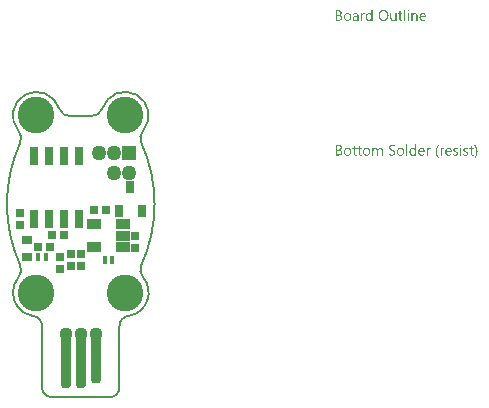
<source format=gbs>
G04*
G04 #@! TF.GenerationSoftware,Altium Limited,Altium Designer,21.9.2 (33)*
G04*
G04 Layer_Color=16711935*
%FSAX25Y25*%
%MOIN*%
G70*
G04*
G04 #@! TF.SameCoordinates,55729F2E-D9A4-4FFF-85C7-0234479D7BD1*
G04*
G04*
G04 #@! TF.FilePolarity,Negative*
G04*
G01*
G75*
%ADD11C,0.00787*%
%ADD20C,0.12205*%
%ADD22C,0.00591*%
%ADD23C,0.04961*%
%ADD24R,0.04961X0.04961*%
%ADD30C,0.04370*%
G04:AMPARAMS|DCode=33|XSize=35.43mil|YSize=169.29mil|CornerRadius=13.82mil|HoleSize=0mil|Usage=FLASHONLY|Rotation=0.000|XOffset=0mil|YOffset=0mil|HoleType=Round|Shape=RoundedRectangle|*
%AMROUNDEDRECTD33*
21,1,0.03543,0.14165,0,0,0.0*
21,1,0.00780,0.16929,0,0,0.0*
1,1,0.02764,0.00390,-0.07083*
1,1,0.02764,-0.00390,-0.07083*
1,1,0.02764,-0.00390,0.07083*
1,1,0.02764,0.00390,0.07083*
%
%ADD33ROUNDEDRECTD33*%
G04:AMPARAMS|DCode=34|XSize=35.43mil|YSize=188.98mil|CornerRadius=13.82mil|HoleSize=0mil|Usage=FLASHONLY|Rotation=0.000|XOffset=0mil|YOffset=0mil|HoleType=Round|Shape=RoundedRectangle|*
%AMROUNDEDRECTD34*
21,1,0.03543,0.16134,0,0,0.0*
21,1,0.00780,0.18898,0,0,0.0*
1,1,0.02764,0.00390,-0.08067*
1,1,0.02764,-0.00390,-0.08067*
1,1,0.02764,-0.00390,0.08067*
1,1,0.02764,0.00390,0.08067*
%
%ADD34ROUNDEDRECTD34*%
%ADD43R,0.02953X0.04134*%
%ADD44R,0.02559X0.02756*%
%ADD45R,0.01575X0.02559*%
%ADD46R,0.02756X0.02559*%
%ADD47R,0.03740X0.02953*%
%ADD48R,0.02953X0.06102*%
%ADD49R,0.02756X0.02559*%
%ADD50R,0.04528X0.03347*%
G36*
X0109248Y0064744D02*
X0109273D01*
X0109329Y0064719D01*
X0109360Y0064701D01*
X0109391Y0064676D01*
X0109397Y0064670D01*
X0109403Y0064663D01*
X0109434Y0064626D01*
X0109459Y0064564D01*
X0109465Y0064527D01*
X0109471Y0064490D01*
Y0064484D01*
Y0064472D01*
X0109465Y0064453D01*
X0109459Y0064428D01*
X0109440Y0064366D01*
X0109416Y0064335D01*
X0109391Y0064304D01*
X0109385D01*
X0109378Y0064292D01*
X0109341Y0064267D01*
X0109286Y0064242D01*
X0109248Y0064236D01*
X0109211Y0064230D01*
X0109193D01*
X0109174Y0064236D01*
X0109149D01*
X0109088Y0064261D01*
X0109057Y0064273D01*
X0109026Y0064298D01*
Y0064304D01*
X0109013Y0064310D01*
X0109001Y0064329D01*
X0108988Y0064348D01*
X0108964Y0064410D01*
X0108958Y0064447D01*
X0108951Y0064490D01*
Y0064496D01*
Y0064509D01*
X0108958Y0064527D01*
X0108964Y0064558D01*
X0108982Y0064614D01*
X0109001Y0064645D01*
X0109026Y0064676D01*
X0109032Y0064682D01*
X0109038Y0064688D01*
X0109075Y0064713D01*
X0109137Y0064738D01*
X0109174Y0064750D01*
X0109230D01*
X0109248Y0064744D01*
D02*
G37*
G36*
X0097258Y0061079D02*
X0096856D01*
Y0061500D01*
X0096844D01*
Y0061494D01*
X0096831Y0061482D01*
X0096813Y0061457D01*
X0096794Y0061426D01*
X0096763Y0061389D01*
X0096726Y0061352D01*
X0096683Y0061308D01*
X0096633Y0061265D01*
X0096578Y0061216D01*
X0096509Y0061172D01*
X0096441Y0061135D01*
X0096361Y0061098D01*
X0096280Y0061067D01*
X0096188Y0061042D01*
X0096088Y0061030D01*
X0095983Y0061024D01*
X0095940D01*
X0095903Y0061030D01*
X0095866Y0061036D01*
X0095816Y0061042D01*
X0095711Y0061067D01*
X0095587Y0061104D01*
X0095463Y0061166D01*
X0095395Y0061203D01*
X0095340Y0061247D01*
X0095278Y0061302D01*
X0095222Y0061358D01*
Y0061364D01*
X0095209Y0061377D01*
X0095197Y0061395D01*
X0095179Y0061420D01*
X0095160Y0061451D01*
X0095135Y0061494D01*
X0095110Y0061544D01*
X0095086Y0061599D01*
X0095055Y0061661D01*
X0095030Y0061729D01*
X0095005Y0061804D01*
X0094987Y0061884D01*
X0094968Y0061971D01*
X0094956Y0062070D01*
X0094950Y0062169D01*
X0094943Y0062274D01*
Y0062280D01*
Y0062299D01*
Y0062336D01*
X0094950Y0062379D01*
X0094956Y0062429D01*
X0094962Y0062491D01*
X0094968Y0062559D01*
X0094981Y0062633D01*
X0095018Y0062794D01*
X0095073Y0062961D01*
X0095110Y0063042D01*
X0095154Y0063122D01*
X0095197Y0063196D01*
X0095253Y0063271D01*
X0095259Y0063277D01*
X0095265Y0063289D01*
X0095284Y0063308D01*
X0095309Y0063332D01*
X0095340Y0063357D01*
X0095383Y0063388D01*
X0095426Y0063425D01*
X0095476Y0063463D01*
X0095600Y0063531D01*
X0095742Y0063592D01*
X0095822Y0063611D01*
X0095909Y0063630D01*
X0095996Y0063642D01*
X0096095Y0063648D01*
X0096144D01*
X0096181Y0063642D01*
X0096219Y0063636D01*
X0096268Y0063630D01*
X0096379Y0063599D01*
X0096503Y0063549D01*
X0096565Y0063518D01*
X0096627Y0063475D01*
X0096689Y0063432D01*
X0096745Y0063376D01*
X0096794Y0063314D01*
X0096844Y0063240D01*
X0096856D01*
Y0064799D01*
X0097258D01*
Y0061079D01*
D02*
G37*
G36*
X0111526Y0063642D02*
X0111601Y0063636D01*
X0111694Y0063617D01*
X0111793Y0063586D01*
X0111898Y0063537D01*
X0112003Y0063469D01*
X0112046Y0063432D01*
X0112090Y0063382D01*
X0112102Y0063370D01*
X0112127Y0063332D01*
X0112158Y0063271D01*
X0112201Y0063184D01*
X0112238Y0063079D01*
X0112275Y0062949D01*
X0112300Y0062794D01*
X0112306Y0062615D01*
Y0061079D01*
X0111904D01*
Y0062509D01*
Y0062515D01*
Y0062546D01*
X0111898Y0062584D01*
Y0062633D01*
X0111885Y0062695D01*
X0111873Y0062763D01*
X0111854Y0062837D01*
X0111830Y0062912D01*
X0111799Y0062986D01*
X0111762Y0063054D01*
X0111712Y0063122D01*
X0111656Y0063184D01*
X0111594Y0063234D01*
X0111514Y0063271D01*
X0111427Y0063302D01*
X0111322Y0063308D01*
X0111310D01*
X0111273Y0063302D01*
X0111217Y0063295D01*
X0111149Y0063277D01*
X0111068Y0063252D01*
X0110982Y0063209D01*
X0110901Y0063153D01*
X0110821Y0063079D01*
X0110814Y0063066D01*
X0110790Y0063042D01*
X0110759Y0062992D01*
X0110722Y0062924D01*
X0110685Y0062844D01*
X0110654Y0062744D01*
X0110629Y0062633D01*
X0110623Y0062509D01*
Y0061079D01*
X0110220D01*
Y0063592D01*
X0110623D01*
Y0063172D01*
X0110635D01*
X0110641Y0063178D01*
X0110647Y0063190D01*
X0110666Y0063215D01*
X0110691Y0063246D01*
X0110715Y0063283D01*
X0110753Y0063320D01*
X0110796Y0063363D01*
X0110845Y0063413D01*
X0110901Y0063456D01*
X0110963Y0063500D01*
X0111031Y0063537D01*
X0111106Y0063574D01*
X0111180Y0063605D01*
X0111266Y0063630D01*
X0111359Y0063642D01*
X0111458Y0063648D01*
X0111495D01*
X0111526Y0063642D01*
D02*
G37*
G36*
X0094529Y0063630D02*
X0094603Y0063623D01*
X0094646Y0063611D01*
X0094677Y0063599D01*
Y0063184D01*
X0094671Y0063190D01*
X0094659Y0063196D01*
X0094634Y0063209D01*
X0094603Y0063227D01*
X0094560Y0063240D01*
X0094504Y0063252D01*
X0094442Y0063258D01*
X0094374Y0063264D01*
X0094362D01*
X0094331Y0063258D01*
X0094281Y0063252D01*
X0094225Y0063234D01*
X0094151Y0063203D01*
X0094083Y0063159D01*
X0094009Y0063097D01*
X0093941Y0063017D01*
X0093934Y0063004D01*
X0093916Y0062973D01*
X0093885Y0062918D01*
X0093854Y0062844D01*
X0093823Y0062751D01*
X0093792Y0062633D01*
X0093774Y0062503D01*
X0093767Y0062354D01*
Y0061079D01*
X0093365D01*
Y0063592D01*
X0093767D01*
Y0063073D01*
X0093780D01*
Y0063079D01*
X0093786Y0063085D01*
X0093798Y0063116D01*
X0093817Y0063165D01*
X0093848Y0063227D01*
X0093879Y0063289D01*
X0093928Y0063357D01*
X0093978Y0063425D01*
X0094040Y0063487D01*
X0094046Y0063493D01*
X0094071Y0063512D01*
X0094108Y0063537D01*
X0094157Y0063561D01*
X0094213Y0063586D01*
X0094281Y0063611D01*
X0094355Y0063630D01*
X0094436Y0063636D01*
X0094491D01*
X0094529Y0063630D01*
D02*
G37*
G36*
X0105268Y0061079D02*
X0104866D01*
Y0061475D01*
X0104854D01*
Y0061469D01*
X0104841Y0061457D01*
X0104829Y0061432D01*
X0104804Y0061407D01*
X0104748Y0061333D01*
X0104662Y0061253D01*
X0104612Y0061209D01*
X0104556Y0061166D01*
X0104495Y0061129D01*
X0104420Y0061092D01*
X0104346Y0061067D01*
X0104265Y0061042D01*
X0104173Y0061030D01*
X0104080Y0061024D01*
X0104043D01*
X0103999Y0061030D01*
X0103937Y0061042D01*
X0103869Y0061055D01*
X0103795Y0061079D01*
X0103715Y0061110D01*
X0103634Y0061160D01*
X0103548Y0061216D01*
X0103467Y0061284D01*
X0103393Y0061370D01*
X0103325Y0061475D01*
X0103263Y0061593D01*
X0103219Y0061735D01*
X0103195Y0061903D01*
X0103182Y0061989D01*
Y0062088D01*
Y0063592D01*
X0103578D01*
Y0062150D01*
Y0062144D01*
Y0062119D01*
X0103585Y0062076D01*
X0103591Y0062026D01*
X0103597Y0061964D01*
X0103609Y0061903D01*
X0103628Y0061828D01*
X0103653Y0061754D01*
X0103690Y0061680D01*
X0103727Y0061612D01*
X0103777Y0061544D01*
X0103838Y0061482D01*
X0103907Y0061432D01*
X0103987Y0061395D01*
X0104086Y0061364D01*
X0104191Y0061358D01*
X0104204D01*
X0104241Y0061364D01*
X0104297Y0061370D01*
X0104358Y0061383D01*
X0104439Y0061414D01*
X0104519Y0061451D01*
X0104600Y0061500D01*
X0104674Y0061575D01*
X0104680Y0061587D01*
X0104705Y0061612D01*
X0104736Y0061661D01*
X0104773Y0061729D01*
X0104804Y0061810D01*
X0104835Y0061909D01*
X0104860Y0062020D01*
X0104866Y0062144D01*
Y0063592D01*
X0105268D01*
Y0061079D01*
D02*
G37*
G36*
X0109403D02*
X0109001D01*
Y0063592D01*
X0109403D01*
Y0061079D01*
D02*
G37*
G36*
X0108184D02*
X0107781D01*
Y0064799D01*
X0108184D01*
Y0061079D01*
D02*
G37*
G36*
X0091805Y0063642D02*
X0091861Y0063636D01*
X0091929Y0063617D01*
X0092003Y0063599D01*
X0092084Y0063568D01*
X0092170Y0063531D01*
X0092251Y0063481D01*
X0092331Y0063419D01*
X0092405Y0063345D01*
X0092474Y0063252D01*
X0092529Y0063147D01*
X0092573Y0063023D01*
X0092597Y0062881D01*
X0092610Y0062713D01*
Y0061079D01*
X0092207D01*
Y0061469D01*
X0092195D01*
Y0061463D01*
X0092183Y0061451D01*
X0092170Y0061426D01*
X0092146Y0061401D01*
X0092084Y0061327D01*
X0092003Y0061247D01*
X0091892Y0061166D01*
X0091762Y0061092D01*
X0091681Y0061067D01*
X0091601Y0061042D01*
X0091514Y0061030D01*
X0091421Y0061024D01*
X0091384D01*
X0091359Y0061030D01*
X0091291Y0061036D01*
X0091211Y0061048D01*
X0091112Y0061073D01*
X0091019Y0061104D01*
X0090920Y0061154D01*
X0090833Y0061216D01*
X0090827Y0061228D01*
X0090802Y0061253D01*
X0090765Y0061296D01*
X0090728Y0061358D01*
X0090691Y0061432D01*
X0090654Y0061519D01*
X0090629Y0061624D01*
X0090623Y0061742D01*
Y0061748D01*
Y0061773D01*
X0090629Y0061810D01*
X0090635Y0061853D01*
X0090648Y0061909D01*
X0090666Y0061971D01*
X0090691Y0062039D01*
X0090728Y0062107D01*
X0090771Y0062181D01*
X0090827Y0062255D01*
X0090895Y0062323D01*
X0090976Y0062385D01*
X0091068Y0062447D01*
X0091180Y0062497D01*
X0091304Y0062534D01*
X0091452Y0062565D01*
X0092207Y0062670D01*
Y0062676D01*
Y0062695D01*
X0092201Y0062732D01*
Y0062769D01*
X0092189Y0062819D01*
X0092183Y0062875D01*
X0092146Y0062992D01*
X0092115Y0063048D01*
X0092084Y0063103D01*
X0092040Y0063159D01*
X0091991Y0063209D01*
X0091929Y0063252D01*
X0091861Y0063283D01*
X0091780Y0063302D01*
X0091687Y0063308D01*
X0091644D01*
X0091613Y0063302D01*
X0091570D01*
X0091527Y0063289D01*
X0091415Y0063271D01*
X0091291Y0063234D01*
X0091155Y0063178D01*
X0091081Y0063141D01*
X0091013Y0063103D01*
X0090938Y0063054D01*
X0090870Y0062998D01*
Y0063413D01*
X0090877D01*
X0090889Y0063425D01*
X0090908Y0063438D01*
X0090938Y0063450D01*
X0090969Y0063469D01*
X0091013Y0063487D01*
X0091062Y0063506D01*
X0091118Y0063531D01*
X0091242Y0063574D01*
X0091390Y0063611D01*
X0091551Y0063636D01*
X0091725Y0063648D01*
X0091762D01*
X0091805Y0063642D01*
D02*
G37*
G36*
X0086116Y0064589D02*
X0086160D01*
X0086203Y0064583D01*
X0086302Y0064570D01*
X0086420Y0064540D01*
X0086544Y0064502D01*
X0086661Y0064447D01*
X0086766Y0064372D01*
X0086773D01*
X0086779Y0064360D01*
X0086810Y0064335D01*
X0086853Y0064286D01*
X0086903Y0064218D01*
X0086946Y0064131D01*
X0086989Y0064032D01*
X0087020Y0063921D01*
X0087033Y0063859D01*
Y0063791D01*
Y0063784D01*
Y0063778D01*
Y0063741D01*
X0087026Y0063685D01*
X0087014Y0063617D01*
X0086995Y0063531D01*
X0086964Y0063444D01*
X0086927Y0063357D01*
X0086872Y0063271D01*
X0086865Y0063258D01*
X0086841Y0063234D01*
X0086804Y0063196D01*
X0086754Y0063147D01*
X0086692Y0063097D01*
X0086618Y0063042D01*
X0086525Y0062998D01*
X0086426Y0062955D01*
Y0062949D01*
X0086444D01*
X0086463Y0062942D01*
X0086482Y0062936D01*
X0086550Y0062924D01*
X0086630Y0062899D01*
X0086717Y0062862D01*
X0086810Y0062819D01*
X0086903Y0062757D01*
X0086989Y0062676D01*
X0087002Y0062664D01*
X0087026Y0062633D01*
X0087057Y0062590D01*
X0087101Y0062522D01*
X0087138Y0062435D01*
X0087175Y0062336D01*
X0087200Y0062218D01*
X0087206Y0062088D01*
Y0062082D01*
Y0062070D01*
Y0062045D01*
X0087200Y0062014D01*
X0087194Y0061977D01*
X0087187Y0061934D01*
X0087163Y0061828D01*
X0087125Y0061711D01*
X0087070Y0061587D01*
X0087033Y0061531D01*
X0086989Y0061469D01*
X0086933Y0061414D01*
X0086878Y0061358D01*
X0086872D01*
X0086865Y0061345D01*
X0086847Y0061333D01*
X0086822Y0061315D01*
X0086791Y0061296D01*
X0086748Y0061271D01*
X0086655Y0061222D01*
X0086537Y0061166D01*
X0086401Y0061123D01*
X0086240Y0061092D01*
X0086160Y0061085D01*
X0086067Y0061079D01*
X0085039D01*
Y0064595D01*
X0086085D01*
X0086116Y0064589D01*
D02*
G37*
G36*
X0106612Y0063592D02*
X0107249D01*
Y0063246D01*
X0106612D01*
Y0061828D01*
Y0061816D01*
Y0061785D01*
X0106618Y0061742D01*
X0106624Y0061686D01*
X0106649Y0061568D01*
X0106667Y0061513D01*
X0106698Y0061469D01*
X0106704Y0061463D01*
X0106717Y0061451D01*
X0106735Y0061438D01*
X0106766Y0061420D01*
X0106803Y0061395D01*
X0106853Y0061383D01*
X0106915Y0061370D01*
X0106983Y0061364D01*
X0107008D01*
X0107039Y0061370D01*
X0107076Y0061377D01*
X0107162Y0061401D01*
X0107206Y0061420D01*
X0107249Y0061445D01*
Y0061098D01*
X0107243D01*
X0107224Y0061085D01*
X0107193Y0061079D01*
X0107150Y0061067D01*
X0107094Y0061055D01*
X0107032Y0061042D01*
X0106958Y0061036D01*
X0106871Y0061030D01*
X0106841D01*
X0106810Y0061036D01*
X0106766Y0061042D01*
X0106717Y0061055D01*
X0106661Y0061067D01*
X0106605Y0061092D01*
X0106543Y0061123D01*
X0106482Y0061160D01*
X0106420Y0061209D01*
X0106364Y0061265D01*
X0106314Y0061339D01*
X0106271Y0061420D01*
X0106240Y0061519D01*
X0106215Y0061630D01*
X0106209Y0061760D01*
Y0063246D01*
X0105782D01*
Y0063592D01*
X0106209D01*
Y0064205D01*
X0106612Y0064335D01*
Y0063592D01*
D02*
G37*
G36*
X0114139Y0063642D02*
X0114182Y0063636D01*
X0114225Y0063630D01*
X0114337Y0063611D01*
X0114460Y0063568D01*
X0114584Y0063512D01*
X0114646Y0063475D01*
X0114708Y0063432D01*
X0114764Y0063382D01*
X0114820Y0063326D01*
X0114826Y0063320D01*
X0114832Y0063314D01*
X0114844Y0063295D01*
X0114863Y0063271D01*
X0114881Y0063234D01*
X0114906Y0063196D01*
X0114931Y0063153D01*
X0114956Y0063097D01*
X0114980Y0063035D01*
X0115005Y0062973D01*
X0115030Y0062899D01*
X0115049Y0062819D01*
X0115067Y0062732D01*
X0115079Y0062645D01*
X0115092Y0062546D01*
Y0062441D01*
Y0062231D01*
X0113315D01*
Y0062225D01*
Y0062212D01*
Y0062194D01*
X0113321Y0062163D01*
X0113328Y0062125D01*
Y0062088D01*
X0113346Y0061989D01*
X0113377Y0061890D01*
X0113414Y0061779D01*
X0113470Y0061674D01*
X0113538Y0061581D01*
X0113550Y0061568D01*
X0113575Y0061544D01*
X0113625Y0061513D01*
X0113693Y0061469D01*
X0113779Y0061426D01*
X0113879Y0061395D01*
X0113996Y0061370D01*
X0114132Y0061358D01*
X0114176D01*
X0114207Y0061364D01*
X0114244D01*
X0114287Y0061370D01*
X0114392Y0061395D01*
X0114510Y0061426D01*
X0114640Y0061475D01*
X0114776Y0061544D01*
X0114844Y0061587D01*
X0114912Y0061637D01*
Y0061259D01*
X0114906D01*
X0114900Y0061247D01*
X0114881Y0061240D01*
X0114850Y0061222D01*
X0114820Y0061203D01*
X0114782Y0061185D01*
X0114733Y0061166D01*
X0114683Y0061141D01*
X0114621Y0061116D01*
X0114553Y0061098D01*
X0114405Y0061061D01*
X0114231Y0061036D01*
X0114040Y0061024D01*
X0113990D01*
X0113953Y0061030D01*
X0113909Y0061036D01*
X0113854Y0061042D01*
X0113736Y0061067D01*
X0113600Y0061104D01*
X0113464Y0061166D01*
X0113396Y0061209D01*
X0113328Y0061253D01*
X0113266Y0061302D01*
X0113204Y0061364D01*
X0113198Y0061370D01*
X0113191Y0061383D01*
X0113179Y0061401D01*
X0113154Y0061426D01*
X0113136Y0061463D01*
X0113111Y0061506D01*
X0113080Y0061556D01*
X0113055Y0061612D01*
X0113024Y0061674D01*
X0113000Y0061748D01*
X0112969Y0061828D01*
X0112950Y0061915D01*
X0112932Y0062008D01*
X0112913Y0062107D01*
X0112907Y0062212D01*
X0112901Y0062323D01*
Y0062330D01*
Y0062348D01*
Y0062379D01*
X0112907Y0062423D01*
X0112913Y0062472D01*
X0112919Y0062528D01*
X0112925Y0062596D01*
X0112944Y0062664D01*
X0112981Y0062813D01*
X0113037Y0062973D01*
X0113074Y0063054D01*
X0113123Y0063128D01*
X0113173Y0063209D01*
X0113229Y0063277D01*
X0113235Y0063283D01*
X0113247Y0063295D01*
X0113266Y0063314D01*
X0113291Y0063332D01*
X0113321Y0063363D01*
X0113359Y0063394D01*
X0113408Y0063425D01*
X0113458Y0063463D01*
X0113575Y0063531D01*
X0113718Y0063592D01*
X0113798Y0063611D01*
X0113879Y0063630D01*
X0113965Y0063642D01*
X0114058Y0063648D01*
X0114108D01*
X0114139Y0063642D01*
D02*
G37*
G36*
X0101096Y0064651D02*
X0101158Y0064645D01*
X0101232Y0064632D01*
X0101313Y0064614D01*
X0101400Y0064595D01*
X0101486Y0064570D01*
X0101585Y0064540D01*
X0101678Y0064496D01*
X0101777Y0064447D01*
X0101876Y0064391D01*
X0101969Y0064323D01*
X0102062Y0064249D01*
X0102148Y0064162D01*
X0102155Y0064156D01*
X0102167Y0064137D01*
X0102192Y0064113D01*
X0102217Y0064075D01*
X0102254Y0064026D01*
X0102291Y0063964D01*
X0102328Y0063896D01*
X0102371Y0063822D01*
X0102415Y0063729D01*
X0102452Y0063636D01*
X0102489Y0063531D01*
X0102526Y0063413D01*
X0102551Y0063295D01*
X0102576Y0063165D01*
X0102588Y0063023D01*
X0102594Y0062881D01*
Y0062868D01*
Y0062844D01*
Y0062800D01*
X0102588Y0062738D01*
X0102582Y0062664D01*
X0102569Y0062584D01*
X0102557Y0062491D01*
X0102539Y0062385D01*
X0102514Y0062280D01*
X0102483Y0062169D01*
X0102446Y0062057D01*
X0102402Y0061946D01*
X0102347Y0061828D01*
X0102285Y0061723D01*
X0102217Y0061618D01*
X0102136Y0061519D01*
X0102130Y0061513D01*
X0102118Y0061500D01*
X0102087Y0061475D01*
X0102056Y0061445D01*
X0102006Y0061401D01*
X0101951Y0061364D01*
X0101889Y0061315D01*
X0101814Y0061271D01*
X0101734Y0061228D01*
X0101641Y0061178D01*
X0101542Y0061141D01*
X0101430Y0061104D01*
X0101313Y0061067D01*
X0101189Y0061042D01*
X0101059Y0061030D01*
X0100917Y0061024D01*
X0100886D01*
X0100842Y0061030D01*
X0100793D01*
X0100731Y0061036D01*
X0100657Y0061048D01*
X0100576Y0061067D01*
X0100483Y0061085D01*
X0100391Y0061110D01*
X0100292Y0061141D01*
X0100192Y0061185D01*
X0100093Y0061228D01*
X0099994Y0061284D01*
X0099895Y0061352D01*
X0099803Y0061426D01*
X0099716Y0061513D01*
X0099710Y0061519D01*
X0099697Y0061537D01*
X0099673Y0061562D01*
X0099648Y0061599D01*
X0099611Y0061649D01*
X0099573Y0061711D01*
X0099536Y0061779D01*
X0099493Y0061859D01*
X0099450Y0061946D01*
X0099413Y0062039D01*
X0099375Y0062144D01*
X0099338Y0062262D01*
X0099313Y0062379D01*
X0099289Y0062509D01*
X0099276Y0062652D01*
X0099270Y0062794D01*
Y0062806D01*
Y0062831D01*
X0099276Y0062875D01*
Y0062936D01*
X0099283Y0063004D01*
X0099295Y0063091D01*
X0099307Y0063184D01*
X0099326Y0063283D01*
X0099351Y0063388D01*
X0099382Y0063500D01*
X0099419Y0063611D01*
X0099462Y0063722D01*
X0099518Y0063834D01*
X0099580Y0063945D01*
X0099648Y0064051D01*
X0099728Y0064150D01*
X0099734Y0064156D01*
X0099747Y0064174D01*
X0099778Y0064199D01*
X0099815Y0064230D01*
X0099858Y0064267D01*
X0099914Y0064310D01*
X0099982Y0064354D01*
X0100056Y0064403D01*
X0100143Y0064453D01*
X0100236Y0064496D01*
X0100335Y0064540D01*
X0100446Y0064577D01*
X0100570Y0064608D01*
X0100700Y0064639D01*
X0100836Y0064651D01*
X0100979Y0064657D01*
X0101047D01*
X0101096Y0064651D01*
D02*
G37*
G36*
X0089069Y0063642D02*
X0089112Y0063636D01*
X0089168Y0063630D01*
X0089292Y0063605D01*
X0089434Y0063561D01*
X0089577Y0063500D01*
X0089651Y0063463D01*
X0089719Y0063419D01*
X0089787Y0063363D01*
X0089849Y0063302D01*
X0089855Y0063295D01*
X0089861Y0063283D01*
X0089880Y0063264D01*
X0089899Y0063240D01*
X0089923Y0063203D01*
X0089948Y0063159D01*
X0089979Y0063110D01*
X0090010Y0063054D01*
X0090035Y0062986D01*
X0090066Y0062918D01*
X0090090Y0062837D01*
X0090115Y0062751D01*
X0090134Y0062658D01*
X0090152Y0062559D01*
X0090158Y0062454D01*
X0090165Y0062342D01*
Y0062336D01*
Y0062317D01*
Y0062286D01*
X0090158Y0062243D01*
X0090152Y0062194D01*
X0090146Y0062132D01*
X0090134Y0062070D01*
X0090121Y0061996D01*
X0090084Y0061847D01*
X0090022Y0061686D01*
X0089985Y0061606D01*
X0089936Y0061525D01*
X0089886Y0061451D01*
X0089824Y0061383D01*
X0089818Y0061377D01*
X0089806Y0061370D01*
X0089787Y0061352D01*
X0089762Y0061327D01*
X0089725Y0061302D01*
X0089688Y0061271D01*
X0089639Y0061234D01*
X0089583Y0061203D01*
X0089521Y0061172D01*
X0089453Y0061135D01*
X0089379Y0061104D01*
X0089298Y0061079D01*
X0089211Y0061055D01*
X0089119Y0061042D01*
X0089020Y0061030D01*
X0088914Y0061024D01*
X0088859D01*
X0088822Y0061030D01*
X0088778Y0061036D01*
X0088722Y0061042D01*
X0088661Y0061055D01*
X0088592Y0061067D01*
X0088450Y0061110D01*
X0088301Y0061172D01*
X0088227Y0061209D01*
X0088159Y0061259D01*
X0088091Y0061308D01*
X0088023Y0061370D01*
X0088017Y0061377D01*
X0088011Y0061389D01*
X0087992Y0061407D01*
X0087973Y0061432D01*
X0087949Y0061469D01*
X0087918Y0061513D01*
X0087887Y0061562D01*
X0087862Y0061618D01*
X0087831Y0061686D01*
X0087800Y0061754D01*
X0087769Y0061828D01*
X0087744Y0061915D01*
X0087707Y0062101D01*
X0087701Y0062200D01*
X0087695Y0062305D01*
Y0062311D01*
Y0062336D01*
Y0062367D01*
X0087701Y0062410D01*
X0087707Y0062460D01*
X0087713Y0062522D01*
X0087726Y0062590D01*
X0087738Y0062664D01*
X0087775Y0062825D01*
X0087837Y0062986D01*
X0087881Y0063066D01*
X0087924Y0063147D01*
X0087973Y0063221D01*
X0088035Y0063289D01*
X0088042Y0063295D01*
X0088054Y0063308D01*
X0088073Y0063320D01*
X0088097Y0063345D01*
X0088134Y0063370D01*
X0088178Y0063401D01*
X0088227Y0063438D01*
X0088283Y0063469D01*
X0088345Y0063500D01*
X0088419Y0063537D01*
X0088493Y0063568D01*
X0088580Y0063592D01*
X0088667Y0063617D01*
X0088766Y0063636D01*
X0088871Y0063642D01*
X0088976Y0063648D01*
X0089032D01*
X0089069Y0063642D01*
D02*
G37*
G36*
X0126680Y0019817D02*
X0126704D01*
X0126760Y0019793D01*
X0126791Y0019774D01*
X0126822Y0019749D01*
X0126828Y0019743D01*
X0126834Y0019737D01*
X0126865Y0019700D01*
X0126890Y0019638D01*
X0126896Y0019601D01*
X0126902Y0019564D01*
Y0019557D01*
Y0019545D01*
X0126896Y0019526D01*
X0126890Y0019502D01*
X0126871Y0019440D01*
X0126847Y0019409D01*
X0126822Y0019378D01*
X0126816D01*
X0126810Y0019365D01*
X0126772Y0019341D01*
X0126717Y0019316D01*
X0126680Y0019310D01*
X0126642Y0019304D01*
X0126624D01*
X0126605Y0019310D01*
X0126581D01*
X0126519Y0019334D01*
X0126488Y0019347D01*
X0126457Y0019372D01*
Y0019378D01*
X0126444Y0019384D01*
X0126432Y0019403D01*
X0126419Y0019421D01*
X0126395Y0019483D01*
X0126389Y0019520D01*
X0126382Y0019564D01*
Y0019570D01*
Y0019582D01*
X0126389Y0019601D01*
X0126395Y0019632D01*
X0126413Y0019687D01*
X0126432Y0019718D01*
X0126457Y0019749D01*
X0126463Y0019755D01*
X0126469Y0019762D01*
X0126506Y0019786D01*
X0126568Y0019811D01*
X0126605Y0019824D01*
X0126661D01*
X0126680Y0019817D01*
D02*
G37*
G36*
X0104111Y0019725D02*
X0104160D01*
X0104272Y0019712D01*
X0104395Y0019700D01*
X0104519Y0019675D01*
X0104637Y0019644D01*
X0104686Y0019625D01*
X0104736Y0019601D01*
Y0019136D01*
X0104730D01*
X0104724Y0019149D01*
X0104705Y0019155D01*
X0104680Y0019174D01*
X0104649Y0019186D01*
X0104612Y0019205D01*
X0104519Y0019248D01*
X0104408Y0019285D01*
X0104272Y0019322D01*
X0104111Y0019347D01*
X0103937Y0019353D01*
X0103888D01*
X0103851Y0019347D01*
X0103814D01*
X0103764Y0019341D01*
X0103665Y0019322D01*
X0103659D01*
X0103640Y0019316D01*
X0103616Y0019310D01*
X0103585Y0019304D01*
X0103510Y0019273D01*
X0103424Y0019236D01*
X0103418D01*
X0103405Y0019223D01*
X0103386Y0019211D01*
X0103362Y0019192D01*
X0103306Y0019136D01*
X0103250Y0019068D01*
Y0019062D01*
X0103238Y0019050D01*
X0103232Y0019031D01*
X0103219Y0019000D01*
X0103207Y0018963D01*
X0103201Y0018926D01*
X0103188Y0018827D01*
Y0018821D01*
Y0018802D01*
Y0018777D01*
X0103195Y0018746D01*
X0103207Y0018672D01*
X0103238Y0018592D01*
Y0018586D01*
X0103250Y0018573D01*
X0103256Y0018555D01*
X0103275Y0018530D01*
X0103325Y0018474D01*
X0103386Y0018412D01*
X0103393Y0018406D01*
X0103405Y0018400D01*
X0103424Y0018381D01*
X0103455Y0018363D01*
X0103492Y0018338D01*
X0103529Y0018313D01*
X0103628Y0018251D01*
X0103634Y0018245D01*
X0103653Y0018239D01*
X0103684Y0018220D01*
X0103721Y0018202D01*
X0103770Y0018177D01*
X0103826Y0018152D01*
X0103950Y0018090D01*
X0103956Y0018084D01*
X0103981Y0018072D01*
X0104018Y0018053D01*
X0104067Y0018028D01*
X0104123Y0018004D01*
X0104185Y0017966D01*
X0104309Y0017892D01*
X0104315Y0017886D01*
X0104340Y0017874D01*
X0104371Y0017855D01*
X0104414Y0017824D01*
X0104507Y0017750D01*
X0104606Y0017663D01*
X0104612Y0017657D01*
X0104631Y0017645D01*
X0104649Y0017614D01*
X0104680Y0017583D01*
X0104711Y0017539D01*
X0104748Y0017496D01*
X0104810Y0017385D01*
X0104816Y0017379D01*
X0104823Y0017360D01*
X0104835Y0017329D01*
X0104847Y0017286D01*
X0104860Y0017236D01*
X0104872Y0017174D01*
X0104885Y0017112D01*
Y0017038D01*
Y0017026D01*
Y0016995D01*
X0104878Y0016945D01*
X0104872Y0016883D01*
X0104860Y0016815D01*
X0104841Y0016741D01*
X0104816Y0016667D01*
X0104779Y0016599D01*
X0104773Y0016592D01*
X0104761Y0016568D01*
X0104736Y0016537D01*
X0104711Y0016493D01*
X0104668Y0016450D01*
X0104624Y0016400D01*
X0104569Y0016351D01*
X0104507Y0016301D01*
X0104501Y0016295D01*
X0104476Y0016283D01*
X0104439Y0016264D01*
X0104389Y0016240D01*
X0104334Y0016215D01*
X0104265Y0016190D01*
X0104185Y0016165D01*
X0104105Y0016147D01*
X0104092D01*
X0104067Y0016140D01*
X0104024Y0016134D01*
X0103962Y0016122D01*
X0103894Y0016116D01*
X0103814Y0016103D01*
X0103727Y0016097D01*
X0103578D01*
X0103510Y0016103D01*
X0103424Y0016109D01*
X0103405D01*
X0103380Y0016116D01*
X0103349Y0016122D01*
X0103269Y0016128D01*
X0103176Y0016147D01*
X0103170D01*
X0103151Y0016153D01*
X0103127Y0016159D01*
X0103096Y0016165D01*
X0103021Y0016184D01*
X0102935Y0016209D01*
X0102928D01*
X0102916Y0016215D01*
X0102898Y0016221D01*
X0102873Y0016233D01*
X0102811Y0016258D01*
X0102749Y0016295D01*
Y0016778D01*
X0102755Y0016772D01*
X0102768Y0016766D01*
X0102780Y0016753D01*
X0102805Y0016735D01*
X0102873Y0016691D01*
X0102953Y0016642D01*
X0102959D01*
X0102972Y0016636D01*
X0102997Y0016623D01*
X0103027Y0016611D01*
X0103108Y0016574D01*
X0103195Y0016543D01*
X0103201D01*
X0103219Y0016537D01*
X0103244Y0016530D01*
X0103275Y0016524D01*
X0103362Y0016499D01*
X0103455Y0016481D01*
X0103479D01*
X0103504Y0016475D01*
X0103535D01*
X0103609Y0016468D01*
X0103696Y0016462D01*
X0103758D01*
X0103826Y0016468D01*
X0103913Y0016481D01*
X0104006Y0016493D01*
X0104098Y0016518D01*
X0104185Y0016555D01*
X0104265Y0016599D01*
X0104272Y0016605D01*
X0104297Y0016623D01*
X0104327Y0016660D01*
X0104358Y0016704D01*
X0104395Y0016759D01*
X0104420Y0016834D01*
X0104445Y0016914D01*
X0104451Y0017007D01*
Y0017013D01*
Y0017032D01*
Y0017057D01*
X0104445Y0017094D01*
X0104426Y0017174D01*
X0104389Y0017255D01*
Y0017261D01*
X0104377Y0017273D01*
X0104365Y0017292D01*
X0104346Y0017317D01*
X0104290Y0017379D01*
X0104216Y0017447D01*
X0104210Y0017453D01*
X0104197Y0017465D01*
X0104173Y0017478D01*
X0104142Y0017502D01*
X0104105Y0017527D01*
X0104061Y0017558D01*
X0103956Y0017614D01*
X0103950Y0017620D01*
X0103931Y0017626D01*
X0103900Y0017645D01*
X0103857Y0017663D01*
X0103814Y0017694D01*
X0103758Y0017719D01*
X0103628Y0017787D01*
X0103622Y0017793D01*
X0103597Y0017806D01*
X0103560Y0017824D01*
X0103516Y0017843D01*
X0103467Y0017874D01*
X0103411Y0017905D01*
X0103287Y0017973D01*
X0103281Y0017979D01*
X0103263Y0017991D01*
X0103232Y0018010D01*
X0103195Y0018035D01*
X0103102Y0018103D01*
X0103009Y0018183D01*
X0103003Y0018189D01*
X0102990Y0018202D01*
X0102966Y0018226D01*
X0102941Y0018258D01*
X0102910Y0018301D01*
X0102879Y0018344D01*
X0102823Y0018443D01*
Y0018449D01*
X0102811Y0018468D01*
X0102805Y0018499D01*
X0102792Y0018542D01*
X0102780Y0018592D01*
X0102768Y0018654D01*
X0102761Y0018715D01*
X0102755Y0018790D01*
Y0018802D01*
Y0018833D01*
X0102761Y0018876D01*
X0102768Y0018932D01*
X0102780Y0019000D01*
X0102798Y0019068D01*
X0102823Y0019136D01*
X0102860Y0019205D01*
X0102867Y0019211D01*
X0102879Y0019236D01*
X0102904Y0019266D01*
X0102935Y0019310D01*
X0102972Y0019353D01*
X0103021Y0019403D01*
X0103077Y0019452D01*
X0103139Y0019495D01*
X0103145Y0019502D01*
X0103170Y0019514D01*
X0103207Y0019539D01*
X0103250Y0019564D01*
X0103312Y0019588D01*
X0103374Y0019619D01*
X0103448Y0019644D01*
X0103529Y0019669D01*
X0103541D01*
X0103566Y0019681D01*
X0103609Y0019687D01*
X0103671Y0019700D01*
X0103739Y0019712D01*
X0103814Y0019718D01*
X0103981Y0019731D01*
X0104067D01*
X0104111Y0019725D01*
D02*
G37*
G36*
X0111842Y0016153D02*
X0111440D01*
Y0016574D01*
X0111427D01*
Y0016568D01*
X0111415Y0016555D01*
X0111396Y0016530D01*
X0111378Y0016499D01*
X0111347Y0016462D01*
X0111310Y0016425D01*
X0111266Y0016382D01*
X0111217Y0016339D01*
X0111161Y0016289D01*
X0111093Y0016246D01*
X0111025Y0016209D01*
X0110944Y0016171D01*
X0110864Y0016140D01*
X0110771Y0016116D01*
X0110672Y0016103D01*
X0110567Y0016097D01*
X0110524D01*
X0110486Y0016103D01*
X0110449Y0016109D01*
X0110400Y0016116D01*
X0110295Y0016140D01*
X0110171Y0016178D01*
X0110047Y0016240D01*
X0109979Y0016277D01*
X0109923Y0016320D01*
X0109861Y0016376D01*
X0109806Y0016431D01*
Y0016438D01*
X0109793Y0016450D01*
X0109781Y0016468D01*
X0109762Y0016493D01*
X0109744Y0016524D01*
X0109719Y0016568D01*
X0109694Y0016617D01*
X0109669Y0016673D01*
X0109638Y0016735D01*
X0109614Y0016803D01*
X0109589Y0016877D01*
X0109570Y0016958D01*
X0109552Y0017044D01*
X0109539Y0017143D01*
X0109533Y0017242D01*
X0109527Y0017347D01*
Y0017354D01*
Y0017372D01*
Y0017409D01*
X0109533Y0017453D01*
X0109539Y0017502D01*
X0109546Y0017564D01*
X0109552Y0017632D01*
X0109564Y0017706D01*
X0109601Y0017867D01*
X0109657Y0018035D01*
X0109694Y0018115D01*
X0109738Y0018196D01*
X0109781Y0018270D01*
X0109836Y0018344D01*
X0109843Y0018350D01*
X0109849Y0018363D01*
X0109868Y0018381D01*
X0109892Y0018406D01*
X0109923Y0018431D01*
X0109967Y0018462D01*
X0110010Y0018499D01*
X0110059Y0018536D01*
X0110183Y0018604D01*
X0110326Y0018666D01*
X0110406Y0018685D01*
X0110493Y0018703D01*
X0110579Y0018715D01*
X0110678Y0018722D01*
X0110728D01*
X0110765Y0018715D01*
X0110802Y0018709D01*
X0110852Y0018703D01*
X0110963Y0018672D01*
X0111087Y0018623D01*
X0111149Y0018592D01*
X0111211Y0018548D01*
X0111273Y0018505D01*
X0111328Y0018449D01*
X0111378Y0018387D01*
X0111427Y0018313D01*
X0111440D01*
Y0019873D01*
X0111842D01*
Y0016153D01*
D02*
G37*
G36*
X0128586Y0018715D02*
X0128666Y0018709D01*
X0128753Y0018697D01*
X0128852Y0018672D01*
X0128951Y0018647D01*
X0129050Y0018610D01*
Y0018202D01*
X0129038Y0018208D01*
X0129001Y0018233D01*
X0128945Y0018258D01*
X0128871Y0018295D01*
X0128778Y0018326D01*
X0128666Y0018357D01*
X0128543Y0018375D01*
X0128413Y0018381D01*
X0128345D01*
X0128283Y0018369D01*
X0128208Y0018357D01*
X0128202D01*
X0128196Y0018350D01*
X0128159Y0018338D01*
X0128109Y0018313D01*
X0128054Y0018282D01*
X0128041Y0018276D01*
X0128016Y0018251D01*
X0127986Y0018214D01*
X0127955Y0018171D01*
X0127948Y0018158D01*
X0127936Y0018127D01*
X0127924Y0018084D01*
X0127918Y0018028D01*
Y0018022D01*
Y0018010D01*
Y0017991D01*
X0127924Y0017973D01*
X0127936Y0017917D01*
X0127955Y0017861D01*
X0127961Y0017849D01*
X0127979Y0017824D01*
X0128016Y0017787D01*
X0128060Y0017744D01*
X0128066D01*
X0128072Y0017738D01*
X0128109Y0017713D01*
X0128159Y0017682D01*
X0128227Y0017651D01*
X0128233D01*
X0128246Y0017645D01*
X0128264Y0017639D01*
X0128295Y0017626D01*
X0128363Y0017601D01*
X0128450Y0017564D01*
X0128456D01*
X0128481Y0017552D01*
X0128512Y0017539D01*
X0128549Y0017527D01*
X0128648Y0017484D01*
X0128747Y0017434D01*
X0128753D01*
X0128772Y0017422D01*
X0128797Y0017409D01*
X0128827Y0017391D01*
X0128902Y0017341D01*
X0128976Y0017279D01*
X0128982Y0017273D01*
X0128995Y0017267D01*
X0129007Y0017248D01*
X0129032Y0017224D01*
X0129075Y0017162D01*
X0129118Y0017081D01*
Y0017075D01*
X0129124Y0017063D01*
X0129137Y0017038D01*
X0129143Y0017007D01*
X0129156Y0016970D01*
X0129162Y0016927D01*
X0129168Y0016821D01*
Y0016815D01*
Y0016790D01*
X0129162Y0016753D01*
X0129156Y0016710D01*
X0129149Y0016660D01*
X0129131Y0016605D01*
X0129112Y0016555D01*
X0129081Y0016499D01*
X0129075Y0016493D01*
X0129069Y0016475D01*
X0129050Y0016450D01*
X0129025Y0016419D01*
X0128995Y0016382D01*
X0128957Y0016345D01*
X0128865Y0016271D01*
X0128858Y0016264D01*
X0128840Y0016258D01*
X0128815Y0016240D01*
X0128772Y0016221D01*
X0128728Y0016196D01*
X0128673Y0016178D01*
X0128617Y0016159D01*
X0128549Y0016140D01*
X0128543D01*
X0128518Y0016134D01*
X0128481Y0016128D01*
X0128437Y0016122D01*
X0128376Y0016109D01*
X0128314Y0016103D01*
X0128171Y0016097D01*
X0128109D01*
X0128035Y0016103D01*
X0127942Y0016116D01*
X0127837Y0016134D01*
X0127726Y0016159D01*
X0127614Y0016190D01*
X0127503Y0016240D01*
Y0016673D01*
X0127509D01*
X0127515Y0016660D01*
X0127534Y0016648D01*
X0127559Y0016636D01*
X0127627Y0016599D01*
X0127719Y0016555D01*
X0127825Y0016506D01*
X0127948Y0016468D01*
X0128085Y0016444D01*
X0128227Y0016431D01*
X0128277D01*
X0128307Y0016438D01*
X0128394Y0016450D01*
X0128493Y0016475D01*
X0128586Y0016518D01*
X0128629Y0016549D01*
X0128673Y0016580D01*
X0128704Y0016623D01*
X0128728Y0016667D01*
X0128747Y0016722D01*
X0128753Y0016784D01*
Y0016790D01*
Y0016803D01*
Y0016821D01*
X0128747Y0016840D01*
X0128735Y0016896D01*
X0128710Y0016951D01*
Y0016958D01*
X0128704Y0016964D01*
X0128679Y0016995D01*
X0128642Y0017038D01*
X0128586Y0017075D01*
X0128580D01*
X0128574Y0017087D01*
X0128536Y0017106D01*
X0128481Y0017143D01*
X0128407Y0017174D01*
X0128400D01*
X0128388Y0017180D01*
X0128369Y0017193D01*
X0128338Y0017205D01*
X0128270Y0017230D01*
X0128184Y0017267D01*
X0128177D01*
X0128153Y0017279D01*
X0128122Y0017292D01*
X0128085Y0017304D01*
X0127986Y0017347D01*
X0127887Y0017397D01*
X0127880Y0017403D01*
X0127868Y0017409D01*
X0127843Y0017422D01*
X0127812Y0017440D01*
X0127744Y0017490D01*
X0127676Y0017546D01*
X0127670Y0017552D01*
X0127664Y0017558D01*
X0127645Y0017577D01*
X0127627Y0017601D01*
X0127583Y0017663D01*
X0127546Y0017738D01*
Y0017744D01*
X0127540Y0017756D01*
X0127534Y0017781D01*
X0127527Y0017812D01*
X0127521Y0017849D01*
X0127515Y0017892D01*
X0127509Y0017998D01*
Y0018004D01*
Y0018028D01*
X0127515Y0018059D01*
X0127521Y0018103D01*
X0127527Y0018152D01*
X0127546Y0018202D01*
X0127565Y0018258D01*
X0127589Y0018307D01*
X0127596Y0018313D01*
X0127602Y0018332D01*
X0127620Y0018357D01*
X0127645Y0018387D01*
X0127713Y0018462D01*
X0127800Y0018536D01*
X0127806Y0018542D01*
X0127825Y0018548D01*
X0127849Y0018567D01*
X0127893Y0018586D01*
X0127936Y0018610D01*
X0127986Y0018635D01*
X0128109Y0018672D01*
X0128116D01*
X0128140Y0018678D01*
X0128171Y0018691D01*
X0128221Y0018697D01*
X0128270Y0018709D01*
X0128332Y0018715D01*
X0128468Y0018722D01*
X0128524D01*
X0128586Y0018715D01*
D02*
G37*
G36*
X0125231D02*
X0125312Y0018709D01*
X0125398Y0018697D01*
X0125497Y0018672D01*
X0125596Y0018647D01*
X0125695Y0018610D01*
Y0018202D01*
X0125683Y0018208D01*
X0125646Y0018233D01*
X0125590Y0018258D01*
X0125516Y0018295D01*
X0125423Y0018326D01*
X0125312Y0018357D01*
X0125188Y0018375D01*
X0125058Y0018381D01*
X0124990D01*
X0124928Y0018369D01*
X0124853Y0018357D01*
X0124847D01*
X0124841Y0018350D01*
X0124804Y0018338D01*
X0124754Y0018313D01*
X0124699Y0018282D01*
X0124686Y0018276D01*
X0124662Y0018251D01*
X0124631Y0018214D01*
X0124600Y0018171D01*
X0124593Y0018158D01*
X0124581Y0018127D01*
X0124569Y0018084D01*
X0124563Y0018028D01*
Y0018022D01*
Y0018010D01*
Y0017991D01*
X0124569Y0017973D01*
X0124581Y0017917D01*
X0124600Y0017861D01*
X0124606Y0017849D01*
X0124624Y0017824D01*
X0124662Y0017787D01*
X0124705Y0017744D01*
X0124711D01*
X0124717Y0017738D01*
X0124754Y0017713D01*
X0124804Y0017682D01*
X0124872Y0017651D01*
X0124878D01*
X0124891Y0017645D01*
X0124909Y0017639D01*
X0124940Y0017626D01*
X0125008Y0017601D01*
X0125095Y0017564D01*
X0125101D01*
X0125126Y0017552D01*
X0125157Y0017539D01*
X0125194Y0017527D01*
X0125293Y0017484D01*
X0125392Y0017434D01*
X0125398D01*
X0125417Y0017422D01*
X0125442Y0017409D01*
X0125472Y0017391D01*
X0125547Y0017341D01*
X0125621Y0017279D01*
X0125627Y0017273D01*
X0125640Y0017267D01*
X0125652Y0017248D01*
X0125677Y0017224D01*
X0125720Y0017162D01*
X0125763Y0017081D01*
Y0017075D01*
X0125770Y0017063D01*
X0125782Y0017038D01*
X0125788Y0017007D01*
X0125801Y0016970D01*
X0125807Y0016927D01*
X0125813Y0016821D01*
Y0016815D01*
Y0016790D01*
X0125807Y0016753D01*
X0125801Y0016710D01*
X0125794Y0016660D01*
X0125776Y0016605D01*
X0125757Y0016555D01*
X0125726Y0016499D01*
X0125720Y0016493D01*
X0125714Y0016475D01*
X0125695Y0016450D01*
X0125671Y0016419D01*
X0125640Y0016382D01*
X0125602Y0016345D01*
X0125510Y0016271D01*
X0125503Y0016264D01*
X0125485Y0016258D01*
X0125460Y0016240D01*
X0125417Y0016221D01*
X0125373Y0016196D01*
X0125318Y0016178D01*
X0125262Y0016159D01*
X0125194Y0016140D01*
X0125188D01*
X0125163Y0016134D01*
X0125126Y0016128D01*
X0125083Y0016122D01*
X0125021Y0016109D01*
X0124959Y0016103D01*
X0124816Y0016097D01*
X0124754D01*
X0124680Y0016103D01*
X0124587Y0016116D01*
X0124482Y0016134D01*
X0124371Y0016159D01*
X0124259Y0016190D01*
X0124148Y0016240D01*
Y0016673D01*
X0124154D01*
X0124160Y0016660D01*
X0124179Y0016648D01*
X0124204Y0016636D01*
X0124272Y0016599D01*
X0124364Y0016555D01*
X0124470Y0016506D01*
X0124593Y0016468D01*
X0124730Y0016444D01*
X0124872Y0016431D01*
X0124922D01*
X0124952Y0016438D01*
X0125039Y0016450D01*
X0125138Y0016475D01*
X0125231Y0016518D01*
X0125274Y0016549D01*
X0125318Y0016580D01*
X0125349Y0016623D01*
X0125373Y0016667D01*
X0125392Y0016722D01*
X0125398Y0016784D01*
Y0016790D01*
Y0016803D01*
Y0016821D01*
X0125392Y0016840D01*
X0125380Y0016896D01*
X0125355Y0016951D01*
Y0016958D01*
X0125349Y0016964D01*
X0125324Y0016995D01*
X0125287Y0017038D01*
X0125231Y0017075D01*
X0125225D01*
X0125219Y0017087D01*
X0125181Y0017106D01*
X0125126Y0017143D01*
X0125051Y0017174D01*
X0125045D01*
X0125033Y0017180D01*
X0125014Y0017193D01*
X0124983Y0017205D01*
X0124915Y0017230D01*
X0124829Y0017267D01*
X0124822D01*
X0124798Y0017279D01*
X0124767Y0017292D01*
X0124730Y0017304D01*
X0124631Y0017347D01*
X0124532Y0017397D01*
X0124525Y0017403D01*
X0124513Y0017409D01*
X0124488Y0017422D01*
X0124457Y0017440D01*
X0124389Y0017490D01*
X0124321Y0017546D01*
X0124315Y0017552D01*
X0124309Y0017558D01*
X0124290Y0017577D01*
X0124272Y0017601D01*
X0124228Y0017663D01*
X0124191Y0017738D01*
Y0017744D01*
X0124185Y0017756D01*
X0124179Y0017781D01*
X0124173Y0017812D01*
X0124166Y0017849D01*
X0124160Y0017892D01*
X0124154Y0017998D01*
Y0018004D01*
Y0018028D01*
X0124160Y0018059D01*
X0124166Y0018103D01*
X0124173Y0018152D01*
X0124191Y0018202D01*
X0124210Y0018258D01*
X0124234Y0018307D01*
X0124241Y0018313D01*
X0124247Y0018332D01*
X0124265Y0018357D01*
X0124290Y0018387D01*
X0124358Y0018462D01*
X0124445Y0018536D01*
X0124451Y0018542D01*
X0124470Y0018548D01*
X0124494Y0018567D01*
X0124538Y0018586D01*
X0124581Y0018610D01*
X0124631Y0018635D01*
X0124754Y0018672D01*
X0124761D01*
X0124785Y0018678D01*
X0124816Y0018691D01*
X0124866Y0018697D01*
X0124915Y0018709D01*
X0124977Y0018715D01*
X0125113Y0018722D01*
X0125169D01*
X0125231Y0018715D01*
D02*
G37*
G36*
X0099976D02*
X0100032Y0018703D01*
X0100093Y0018691D01*
X0100162Y0018666D01*
X0100242Y0018635D01*
X0100316Y0018592D01*
X0100397Y0018542D01*
X0100471Y0018474D01*
X0100539Y0018387D01*
X0100601Y0018288D01*
X0100657Y0018177D01*
X0100694Y0018035D01*
X0100725Y0017880D01*
X0100731Y0017700D01*
Y0016153D01*
X0100329D01*
Y0017595D01*
Y0017601D01*
Y0017614D01*
Y0017632D01*
Y0017663D01*
X0100322Y0017738D01*
X0100310Y0017824D01*
X0100298Y0017923D01*
X0100273Y0018022D01*
X0100242Y0018115D01*
X0100199Y0018196D01*
X0100192Y0018202D01*
X0100174Y0018226D01*
X0100143Y0018258D01*
X0100093Y0018288D01*
X0100038Y0018326D01*
X0099963Y0018350D01*
X0099871Y0018375D01*
X0099765Y0018381D01*
X0099753D01*
X0099722Y0018375D01*
X0099673Y0018369D01*
X0099611Y0018350D01*
X0099542Y0018326D01*
X0099468Y0018282D01*
X0099394Y0018226D01*
X0099326Y0018146D01*
X0099320Y0018134D01*
X0099301Y0018103D01*
X0099270Y0018053D01*
X0099239Y0017985D01*
X0099202Y0017905D01*
X0099177Y0017812D01*
X0099153Y0017700D01*
X0099146Y0017583D01*
Y0016153D01*
X0098744D01*
Y0017645D01*
Y0017651D01*
Y0017676D01*
X0098738Y0017713D01*
Y0017762D01*
X0098725Y0017818D01*
X0098713Y0017880D01*
X0098694Y0017942D01*
X0098676Y0018016D01*
X0098645Y0018084D01*
X0098608Y0018146D01*
X0098558Y0018208D01*
X0098503Y0018264D01*
X0098441Y0018313D01*
X0098360Y0018350D01*
X0098274Y0018375D01*
X0098175Y0018381D01*
X0098162D01*
X0098131Y0018375D01*
X0098082Y0018369D01*
X0098020Y0018357D01*
X0097952Y0018326D01*
X0097877Y0018288D01*
X0097803Y0018233D01*
X0097735Y0018158D01*
X0097729Y0018146D01*
X0097710Y0018121D01*
X0097679Y0018072D01*
X0097648Y0018004D01*
X0097617Y0017923D01*
X0097587Y0017824D01*
X0097568Y0017713D01*
X0097562Y0017583D01*
Y0016153D01*
X0097159D01*
Y0018666D01*
X0097562D01*
Y0018264D01*
X0097574D01*
X0097580Y0018270D01*
X0097587Y0018282D01*
X0097605Y0018307D01*
X0097624Y0018338D01*
X0097685Y0018406D01*
X0097772Y0018493D01*
X0097884Y0018579D01*
X0098014Y0018647D01*
X0098094Y0018678D01*
X0098175Y0018703D01*
X0098261Y0018715D01*
X0098354Y0018722D01*
X0098397D01*
X0098447Y0018715D01*
X0098509Y0018703D01*
X0098577Y0018685D01*
X0098651Y0018660D01*
X0098725Y0018629D01*
X0098800Y0018579D01*
X0098806Y0018573D01*
X0098831Y0018555D01*
X0098862Y0018524D01*
X0098905Y0018480D01*
X0098948Y0018425D01*
X0098992Y0018363D01*
X0099035Y0018288D01*
X0099066Y0018202D01*
X0099072Y0018208D01*
X0099078Y0018226D01*
X0099097Y0018251D01*
X0099115Y0018282D01*
X0099146Y0018326D01*
X0099183Y0018369D01*
X0099227Y0018412D01*
X0099276Y0018462D01*
X0099332Y0018511D01*
X0099394Y0018555D01*
X0099462Y0018604D01*
X0099536Y0018641D01*
X0099617Y0018672D01*
X0099704Y0018697D01*
X0099803Y0018715D01*
X0099902Y0018722D01*
X0099939D01*
X0099976Y0018715D01*
D02*
G37*
G36*
X0121084Y0018703D02*
X0121158Y0018697D01*
X0121201Y0018685D01*
X0121232Y0018672D01*
Y0018258D01*
X0121226Y0018264D01*
X0121214Y0018270D01*
X0121189Y0018282D01*
X0121158Y0018301D01*
X0121115Y0018313D01*
X0121059Y0018326D01*
X0120997Y0018332D01*
X0120929Y0018338D01*
X0120917D01*
X0120886Y0018332D01*
X0120836Y0018326D01*
X0120780Y0018307D01*
X0120706Y0018276D01*
X0120638Y0018233D01*
X0120564Y0018171D01*
X0120496Y0018090D01*
X0120490Y0018078D01*
X0120471Y0018047D01*
X0120440Y0017991D01*
X0120409Y0017917D01*
X0120378Y0017824D01*
X0120347Y0017706D01*
X0120329Y0017577D01*
X0120322Y0017428D01*
Y0016153D01*
X0119920D01*
Y0018666D01*
X0120322D01*
Y0018146D01*
X0120335D01*
Y0018152D01*
X0120341Y0018158D01*
X0120353Y0018189D01*
X0120372Y0018239D01*
X0120403Y0018301D01*
X0120434Y0018363D01*
X0120483Y0018431D01*
X0120533Y0018499D01*
X0120595Y0018561D01*
X0120601Y0018567D01*
X0120626Y0018586D01*
X0120663Y0018610D01*
X0120712Y0018635D01*
X0120768Y0018660D01*
X0120836Y0018685D01*
X0120910Y0018703D01*
X0120991Y0018709D01*
X0121047D01*
X0121084Y0018703D01*
D02*
G37*
G36*
X0116447D02*
X0116522Y0018697D01*
X0116565Y0018685D01*
X0116596Y0018672D01*
Y0018258D01*
X0116590Y0018264D01*
X0116577Y0018270D01*
X0116553Y0018282D01*
X0116522Y0018301D01*
X0116478Y0018313D01*
X0116423Y0018326D01*
X0116361Y0018332D01*
X0116293Y0018338D01*
X0116280D01*
X0116249Y0018332D01*
X0116200Y0018326D01*
X0116144Y0018307D01*
X0116070Y0018276D01*
X0116002Y0018233D01*
X0115928Y0018171D01*
X0115859Y0018090D01*
X0115853Y0018078D01*
X0115835Y0018047D01*
X0115804Y0017991D01*
X0115773Y0017917D01*
X0115742Y0017824D01*
X0115711Y0017706D01*
X0115692Y0017577D01*
X0115686Y0017428D01*
Y0016153D01*
X0115284D01*
Y0018666D01*
X0115686D01*
Y0018146D01*
X0115698D01*
Y0018152D01*
X0115705Y0018158D01*
X0115717Y0018189D01*
X0115736Y0018239D01*
X0115767Y0018301D01*
X0115797Y0018363D01*
X0115847Y0018431D01*
X0115896Y0018499D01*
X0115958Y0018561D01*
X0115965Y0018567D01*
X0115989Y0018586D01*
X0116026Y0018610D01*
X0116076Y0018635D01*
X0116132Y0018660D01*
X0116200Y0018685D01*
X0116274Y0018703D01*
X0116355Y0018709D01*
X0116410D01*
X0116447Y0018703D01*
D02*
G37*
G36*
X0126834Y0016153D02*
X0126432D01*
Y0018666D01*
X0126834D01*
Y0016153D01*
D02*
G37*
G36*
X0108877D02*
X0108475D01*
Y0019873D01*
X0108877D01*
Y0016153D01*
D02*
G37*
G36*
X0086116Y0019663D02*
X0086160D01*
X0086203Y0019656D01*
X0086302Y0019644D01*
X0086420Y0019613D01*
X0086544Y0019576D01*
X0086661Y0019520D01*
X0086766Y0019446D01*
X0086773D01*
X0086779Y0019433D01*
X0086810Y0019409D01*
X0086853Y0019359D01*
X0086903Y0019291D01*
X0086946Y0019205D01*
X0086989Y0019105D01*
X0087020Y0018994D01*
X0087033Y0018932D01*
Y0018864D01*
Y0018858D01*
Y0018852D01*
Y0018814D01*
X0087026Y0018759D01*
X0087014Y0018691D01*
X0086995Y0018604D01*
X0086964Y0018517D01*
X0086927Y0018431D01*
X0086872Y0018344D01*
X0086865Y0018332D01*
X0086841Y0018307D01*
X0086804Y0018270D01*
X0086754Y0018220D01*
X0086692Y0018171D01*
X0086618Y0018115D01*
X0086525Y0018072D01*
X0086426Y0018028D01*
Y0018022D01*
X0086444D01*
X0086463Y0018016D01*
X0086482Y0018010D01*
X0086550Y0017998D01*
X0086630Y0017973D01*
X0086717Y0017936D01*
X0086810Y0017892D01*
X0086903Y0017830D01*
X0086989Y0017750D01*
X0087002Y0017738D01*
X0087026Y0017706D01*
X0087057Y0017663D01*
X0087101Y0017595D01*
X0087138Y0017508D01*
X0087175Y0017409D01*
X0087200Y0017292D01*
X0087206Y0017162D01*
Y0017156D01*
Y0017143D01*
Y0017119D01*
X0087200Y0017087D01*
X0087194Y0017050D01*
X0087187Y0017007D01*
X0087163Y0016902D01*
X0087125Y0016784D01*
X0087070Y0016660D01*
X0087033Y0016605D01*
X0086989Y0016543D01*
X0086933Y0016487D01*
X0086878Y0016431D01*
X0086872D01*
X0086865Y0016419D01*
X0086847Y0016407D01*
X0086822Y0016388D01*
X0086791Y0016369D01*
X0086748Y0016345D01*
X0086655Y0016295D01*
X0086537Y0016240D01*
X0086401Y0016196D01*
X0086240Y0016165D01*
X0086160Y0016159D01*
X0086067Y0016153D01*
X0085039D01*
Y0019669D01*
X0086085D01*
X0086116Y0019663D01*
D02*
G37*
G36*
X0130319Y0018666D02*
X0130957D01*
Y0018319D01*
X0130319D01*
Y0016902D01*
Y0016890D01*
Y0016859D01*
X0130325Y0016815D01*
X0130332Y0016759D01*
X0130356Y0016642D01*
X0130375Y0016586D01*
X0130406Y0016543D01*
X0130412Y0016537D01*
X0130424Y0016524D01*
X0130443Y0016512D01*
X0130474Y0016493D01*
X0130511Y0016468D01*
X0130561Y0016456D01*
X0130622Y0016444D01*
X0130691Y0016438D01*
X0130715D01*
X0130746Y0016444D01*
X0130783Y0016450D01*
X0130870Y0016475D01*
X0130913Y0016493D01*
X0130957Y0016518D01*
Y0016171D01*
X0130951D01*
X0130932Y0016159D01*
X0130901Y0016153D01*
X0130858Y0016140D01*
X0130802Y0016128D01*
X0130740Y0016116D01*
X0130666Y0016109D01*
X0130579Y0016103D01*
X0130548D01*
X0130517Y0016109D01*
X0130474Y0016116D01*
X0130424Y0016128D01*
X0130369Y0016140D01*
X0130313Y0016165D01*
X0130251Y0016196D01*
X0130189Y0016233D01*
X0130127Y0016283D01*
X0130072Y0016339D01*
X0130022Y0016413D01*
X0129979Y0016493D01*
X0129948Y0016592D01*
X0129923Y0016704D01*
X0129917Y0016834D01*
Y0018319D01*
X0129490D01*
Y0018666D01*
X0129917D01*
Y0019279D01*
X0130319Y0019409D01*
Y0018666D01*
D02*
G37*
G36*
X0093043D02*
X0093681D01*
Y0018319D01*
X0093043D01*
Y0016902D01*
Y0016890D01*
Y0016859D01*
X0093049Y0016815D01*
X0093055Y0016759D01*
X0093080Y0016642D01*
X0093099Y0016586D01*
X0093130Y0016543D01*
X0093136Y0016537D01*
X0093148Y0016524D01*
X0093167Y0016512D01*
X0093198Y0016493D01*
X0093235Y0016468D01*
X0093284Y0016456D01*
X0093346Y0016444D01*
X0093414Y0016438D01*
X0093439D01*
X0093470Y0016444D01*
X0093507Y0016450D01*
X0093594Y0016475D01*
X0093637Y0016493D01*
X0093681Y0016518D01*
Y0016171D01*
X0093674D01*
X0093656Y0016159D01*
X0093625Y0016153D01*
X0093582Y0016140D01*
X0093526Y0016128D01*
X0093464Y0016116D01*
X0093390Y0016109D01*
X0093303Y0016103D01*
X0093272D01*
X0093241Y0016109D01*
X0093198Y0016116D01*
X0093148Y0016128D01*
X0093093Y0016140D01*
X0093037Y0016165D01*
X0092975Y0016196D01*
X0092913Y0016233D01*
X0092851Y0016283D01*
X0092795Y0016339D01*
X0092746Y0016413D01*
X0092703Y0016493D01*
X0092672Y0016592D01*
X0092647Y0016704D01*
X0092641Y0016834D01*
Y0018319D01*
X0092214D01*
Y0018666D01*
X0092641D01*
Y0019279D01*
X0093043Y0019409D01*
Y0018666D01*
D02*
G37*
G36*
X0091341D02*
X0091978D01*
Y0018319D01*
X0091341D01*
Y0016902D01*
Y0016890D01*
Y0016859D01*
X0091347Y0016815D01*
X0091353Y0016759D01*
X0091378Y0016642D01*
X0091396Y0016586D01*
X0091427Y0016543D01*
X0091434Y0016537D01*
X0091446Y0016524D01*
X0091465Y0016512D01*
X0091496Y0016493D01*
X0091533Y0016468D01*
X0091582Y0016456D01*
X0091644Y0016444D01*
X0091712Y0016438D01*
X0091737D01*
X0091768Y0016444D01*
X0091805Y0016450D01*
X0091892Y0016475D01*
X0091935Y0016493D01*
X0091978Y0016518D01*
Y0016171D01*
X0091972D01*
X0091954Y0016159D01*
X0091923Y0016153D01*
X0091879Y0016140D01*
X0091824Y0016128D01*
X0091762Y0016116D01*
X0091687Y0016109D01*
X0091601Y0016103D01*
X0091570D01*
X0091539Y0016109D01*
X0091496Y0016116D01*
X0091446Y0016128D01*
X0091390Y0016140D01*
X0091335Y0016165D01*
X0091273Y0016196D01*
X0091211Y0016233D01*
X0091149Y0016283D01*
X0091093Y0016339D01*
X0091044Y0016413D01*
X0091000Y0016493D01*
X0090969Y0016592D01*
X0090945Y0016704D01*
X0090938Y0016834D01*
Y0018319D01*
X0090511D01*
Y0018666D01*
X0090938D01*
Y0019279D01*
X0091341Y0019409D01*
Y0018666D01*
D02*
G37*
G36*
X0122737Y0018715D02*
X0122780Y0018709D01*
X0122823Y0018703D01*
X0122934Y0018685D01*
X0123058Y0018641D01*
X0123182Y0018586D01*
X0123244Y0018548D01*
X0123306Y0018505D01*
X0123362Y0018455D01*
X0123417Y0018400D01*
X0123424Y0018394D01*
X0123430Y0018387D01*
X0123442Y0018369D01*
X0123461Y0018344D01*
X0123479Y0018307D01*
X0123504Y0018270D01*
X0123529Y0018226D01*
X0123554Y0018171D01*
X0123578Y0018109D01*
X0123603Y0018047D01*
X0123628Y0017973D01*
X0123646Y0017892D01*
X0123665Y0017806D01*
X0123677Y0017719D01*
X0123690Y0017620D01*
Y0017515D01*
Y0017304D01*
X0121913D01*
Y0017298D01*
Y0017286D01*
Y0017267D01*
X0121919Y0017236D01*
X0121926Y0017199D01*
Y0017162D01*
X0121944Y0017063D01*
X0121975Y0016964D01*
X0122012Y0016852D01*
X0122068Y0016747D01*
X0122136Y0016654D01*
X0122148Y0016642D01*
X0122173Y0016617D01*
X0122223Y0016586D01*
X0122291Y0016543D01*
X0122377Y0016499D01*
X0122476Y0016468D01*
X0122594Y0016444D01*
X0122730Y0016431D01*
X0122774D01*
X0122805Y0016438D01*
X0122842D01*
X0122885Y0016444D01*
X0122990Y0016468D01*
X0123108Y0016499D01*
X0123238Y0016549D01*
X0123374Y0016617D01*
X0123442Y0016660D01*
X0123510Y0016710D01*
Y0016332D01*
X0123504D01*
X0123498Y0016320D01*
X0123479Y0016314D01*
X0123448Y0016295D01*
X0123417Y0016277D01*
X0123380Y0016258D01*
X0123331Y0016240D01*
X0123281Y0016215D01*
X0123219Y0016190D01*
X0123151Y0016171D01*
X0123003Y0016134D01*
X0122829Y0016109D01*
X0122637Y0016097D01*
X0122588D01*
X0122551Y0016103D01*
X0122507Y0016109D01*
X0122452Y0016116D01*
X0122334Y0016140D01*
X0122198Y0016178D01*
X0122062Y0016240D01*
X0121994Y0016283D01*
X0121926Y0016326D01*
X0121864Y0016376D01*
X0121802Y0016438D01*
X0121796Y0016444D01*
X0121789Y0016456D01*
X0121777Y0016475D01*
X0121752Y0016499D01*
X0121734Y0016537D01*
X0121709Y0016580D01*
X0121678Y0016630D01*
X0121653Y0016685D01*
X0121622Y0016747D01*
X0121598Y0016821D01*
X0121567Y0016902D01*
X0121548Y0016988D01*
X0121529Y0017081D01*
X0121511Y0017180D01*
X0121505Y0017286D01*
X0121499Y0017397D01*
Y0017403D01*
Y0017422D01*
Y0017453D01*
X0121505Y0017496D01*
X0121511Y0017546D01*
X0121517Y0017601D01*
X0121523Y0017669D01*
X0121542Y0017738D01*
X0121579Y0017886D01*
X0121635Y0018047D01*
X0121672Y0018127D01*
X0121721Y0018202D01*
X0121771Y0018282D01*
X0121827Y0018350D01*
X0121833Y0018357D01*
X0121845Y0018369D01*
X0121864Y0018387D01*
X0121888Y0018406D01*
X0121919Y0018437D01*
X0121957Y0018468D01*
X0122006Y0018499D01*
X0122056Y0018536D01*
X0122173Y0018604D01*
X0122316Y0018666D01*
X0122396Y0018685D01*
X0122476Y0018703D01*
X0122563Y0018715D01*
X0122656Y0018722D01*
X0122705D01*
X0122737Y0018715D01*
D02*
G37*
G36*
X0113724D02*
X0113767Y0018709D01*
X0113811Y0018703D01*
X0113922Y0018685D01*
X0114046Y0018641D01*
X0114170Y0018586D01*
X0114231Y0018548D01*
X0114293Y0018505D01*
X0114349Y0018455D01*
X0114405Y0018400D01*
X0114411Y0018394D01*
X0114417Y0018387D01*
X0114429Y0018369D01*
X0114448Y0018344D01*
X0114467Y0018307D01*
X0114491Y0018270D01*
X0114516Y0018226D01*
X0114541Y0018171D01*
X0114566Y0018109D01*
X0114590Y0018047D01*
X0114615Y0017973D01*
X0114634Y0017892D01*
X0114652Y0017806D01*
X0114665Y0017719D01*
X0114677Y0017620D01*
Y0017515D01*
Y0017304D01*
X0112901D01*
Y0017298D01*
Y0017286D01*
Y0017267D01*
X0112907Y0017236D01*
X0112913Y0017199D01*
Y0017162D01*
X0112932Y0017063D01*
X0112962Y0016964D01*
X0113000Y0016852D01*
X0113055Y0016747D01*
X0113123Y0016654D01*
X0113136Y0016642D01*
X0113161Y0016617D01*
X0113210Y0016586D01*
X0113278Y0016543D01*
X0113365Y0016499D01*
X0113464Y0016468D01*
X0113582Y0016444D01*
X0113718Y0016431D01*
X0113761D01*
X0113792Y0016438D01*
X0113829D01*
X0113872Y0016444D01*
X0113978Y0016468D01*
X0114095Y0016499D01*
X0114225Y0016549D01*
X0114361Y0016617D01*
X0114429Y0016660D01*
X0114498Y0016710D01*
Y0016332D01*
X0114491D01*
X0114485Y0016320D01*
X0114467Y0016314D01*
X0114436Y0016295D01*
X0114405Y0016277D01*
X0114368Y0016258D01*
X0114318Y0016240D01*
X0114269Y0016215D01*
X0114207Y0016190D01*
X0114139Y0016171D01*
X0113990Y0016134D01*
X0113817Y0016109D01*
X0113625Y0016097D01*
X0113575D01*
X0113538Y0016103D01*
X0113495Y0016109D01*
X0113439Y0016116D01*
X0113321Y0016140D01*
X0113185Y0016178D01*
X0113049Y0016240D01*
X0112981Y0016283D01*
X0112913Y0016326D01*
X0112851Y0016376D01*
X0112789Y0016438D01*
X0112783Y0016444D01*
X0112777Y0016456D01*
X0112764Y0016475D01*
X0112740Y0016499D01*
X0112721Y0016537D01*
X0112696Y0016580D01*
X0112665Y0016630D01*
X0112641Y0016685D01*
X0112610Y0016747D01*
X0112585Y0016821D01*
X0112554Y0016902D01*
X0112535Y0016988D01*
X0112517Y0017081D01*
X0112498Y0017180D01*
X0112492Y0017286D01*
X0112486Y0017397D01*
Y0017403D01*
Y0017422D01*
Y0017453D01*
X0112492Y0017496D01*
X0112498Y0017546D01*
X0112504Y0017601D01*
X0112511Y0017669D01*
X0112529Y0017738D01*
X0112566Y0017886D01*
X0112622Y0018047D01*
X0112659Y0018127D01*
X0112709Y0018202D01*
X0112758Y0018282D01*
X0112814Y0018350D01*
X0112820Y0018357D01*
X0112832Y0018369D01*
X0112851Y0018387D01*
X0112876Y0018406D01*
X0112907Y0018437D01*
X0112944Y0018468D01*
X0112993Y0018499D01*
X0113043Y0018536D01*
X0113161Y0018604D01*
X0113303Y0018666D01*
X0113383Y0018685D01*
X0113464Y0018703D01*
X0113550Y0018715D01*
X0113643Y0018722D01*
X0113693D01*
X0113724Y0018715D01*
D02*
G37*
G36*
X0106735D02*
X0106779Y0018709D01*
X0106834Y0018703D01*
X0106958Y0018678D01*
X0107100Y0018635D01*
X0107243Y0018573D01*
X0107317Y0018536D01*
X0107385Y0018493D01*
X0107453Y0018437D01*
X0107515Y0018375D01*
X0107521Y0018369D01*
X0107528Y0018357D01*
X0107546Y0018338D01*
X0107565Y0018313D01*
X0107589Y0018276D01*
X0107614Y0018233D01*
X0107645Y0018183D01*
X0107676Y0018127D01*
X0107701Y0018059D01*
X0107732Y0017991D01*
X0107757Y0017911D01*
X0107781Y0017824D01*
X0107800Y0017731D01*
X0107819Y0017632D01*
X0107825Y0017527D01*
X0107831Y0017416D01*
Y0017409D01*
Y0017391D01*
Y0017360D01*
X0107825Y0017317D01*
X0107819Y0017267D01*
X0107812Y0017205D01*
X0107800Y0017143D01*
X0107788Y0017069D01*
X0107750Y0016920D01*
X0107689Y0016759D01*
X0107651Y0016679D01*
X0107602Y0016599D01*
X0107552Y0016524D01*
X0107491Y0016456D01*
X0107484Y0016450D01*
X0107472Y0016444D01*
X0107453Y0016425D01*
X0107429Y0016400D01*
X0107392Y0016376D01*
X0107354Y0016345D01*
X0107305Y0016308D01*
X0107249Y0016277D01*
X0107187Y0016246D01*
X0107119Y0016209D01*
X0107045Y0016178D01*
X0106964Y0016153D01*
X0106878Y0016128D01*
X0106785Y0016116D01*
X0106686Y0016103D01*
X0106581Y0016097D01*
X0106525D01*
X0106488Y0016103D01*
X0106444Y0016109D01*
X0106389Y0016116D01*
X0106327Y0016128D01*
X0106259Y0016140D01*
X0106116Y0016184D01*
X0105968Y0016246D01*
X0105894Y0016283D01*
X0105825Y0016332D01*
X0105757Y0016382D01*
X0105689Y0016444D01*
X0105683Y0016450D01*
X0105677Y0016462D01*
X0105658Y0016481D01*
X0105640Y0016506D01*
X0105615Y0016543D01*
X0105584Y0016586D01*
X0105553Y0016636D01*
X0105528Y0016691D01*
X0105497Y0016759D01*
X0105466Y0016828D01*
X0105435Y0016902D01*
X0105411Y0016988D01*
X0105374Y0017174D01*
X0105367Y0017273D01*
X0105361Y0017379D01*
Y0017385D01*
Y0017409D01*
Y0017440D01*
X0105367Y0017484D01*
X0105374Y0017533D01*
X0105380Y0017595D01*
X0105392Y0017663D01*
X0105404Y0017738D01*
X0105442Y0017898D01*
X0105503Y0018059D01*
X0105547Y0018140D01*
X0105590Y0018220D01*
X0105640Y0018295D01*
X0105702Y0018363D01*
X0105708Y0018369D01*
X0105720Y0018381D01*
X0105739Y0018394D01*
X0105763Y0018418D01*
X0105801Y0018443D01*
X0105844Y0018474D01*
X0105894Y0018511D01*
X0105949Y0018542D01*
X0106011Y0018573D01*
X0106085Y0018610D01*
X0106160Y0018641D01*
X0106246Y0018666D01*
X0106333Y0018691D01*
X0106432Y0018709D01*
X0106537Y0018715D01*
X0106642Y0018722D01*
X0106698D01*
X0106735Y0018715D01*
D02*
G37*
G36*
X0095420D02*
X0095463Y0018709D01*
X0095519Y0018703D01*
X0095643Y0018678D01*
X0095785Y0018635D01*
X0095928Y0018573D01*
X0096002Y0018536D01*
X0096070Y0018493D01*
X0096138Y0018437D01*
X0096200Y0018375D01*
X0096206Y0018369D01*
X0096212Y0018357D01*
X0096231Y0018338D01*
X0096250Y0018313D01*
X0096274Y0018276D01*
X0096299Y0018233D01*
X0096330Y0018183D01*
X0096361Y0018127D01*
X0096386Y0018059D01*
X0096417Y0017991D01*
X0096441Y0017911D01*
X0096466Y0017824D01*
X0096485Y0017731D01*
X0096503Y0017632D01*
X0096509Y0017527D01*
X0096516Y0017416D01*
Y0017409D01*
Y0017391D01*
Y0017360D01*
X0096509Y0017317D01*
X0096503Y0017267D01*
X0096497Y0017205D01*
X0096485Y0017143D01*
X0096472Y0017069D01*
X0096435Y0016920D01*
X0096373Y0016759D01*
X0096336Y0016679D01*
X0096287Y0016599D01*
X0096237Y0016524D01*
X0096175Y0016456D01*
X0096169Y0016450D01*
X0096157Y0016444D01*
X0096138Y0016425D01*
X0096113Y0016400D01*
X0096076Y0016376D01*
X0096039Y0016345D01*
X0095990Y0016308D01*
X0095934Y0016277D01*
X0095872Y0016246D01*
X0095804Y0016209D01*
X0095730Y0016178D01*
X0095649Y0016153D01*
X0095562Y0016128D01*
X0095469Y0016116D01*
X0095371Y0016103D01*
X0095265Y0016097D01*
X0095209D01*
X0095172Y0016103D01*
X0095129Y0016109D01*
X0095073Y0016116D01*
X0095012Y0016128D01*
X0094943Y0016140D01*
X0094801Y0016184D01*
X0094652Y0016246D01*
X0094578Y0016283D01*
X0094510Y0016332D01*
X0094442Y0016382D01*
X0094374Y0016444D01*
X0094368Y0016450D01*
X0094362Y0016462D01*
X0094343Y0016481D01*
X0094324Y0016506D01*
X0094300Y0016543D01*
X0094269Y0016586D01*
X0094238Y0016636D01*
X0094213Y0016691D01*
X0094182Y0016759D01*
X0094151Y0016828D01*
X0094120Y0016902D01*
X0094095Y0016988D01*
X0094058Y0017174D01*
X0094052Y0017273D01*
X0094046Y0017379D01*
Y0017385D01*
Y0017409D01*
Y0017440D01*
X0094052Y0017484D01*
X0094058Y0017533D01*
X0094064Y0017595D01*
X0094077Y0017663D01*
X0094089Y0017738D01*
X0094126Y0017898D01*
X0094188Y0018059D01*
X0094231Y0018140D01*
X0094275Y0018220D01*
X0094324Y0018295D01*
X0094386Y0018363D01*
X0094393Y0018369D01*
X0094405Y0018381D01*
X0094423Y0018394D01*
X0094448Y0018418D01*
X0094485Y0018443D01*
X0094529Y0018474D01*
X0094578Y0018511D01*
X0094634Y0018542D01*
X0094696Y0018573D01*
X0094770Y0018610D01*
X0094844Y0018641D01*
X0094931Y0018666D01*
X0095018Y0018691D01*
X0095117Y0018709D01*
X0095222Y0018715D01*
X0095327Y0018722D01*
X0095383D01*
X0095420Y0018715D01*
D02*
G37*
G36*
X0089069D02*
X0089112Y0018709D01*
X0089168Y0018703D01*
X0089292Y0018678D01*
X0089434Y0018635D01*
X0089577Y0018573D01*
X0089651Y0018536D01*
X0089719Y0018493D01*
X0089787Y0018437D01*
X0089849Y0018375D01*
X0089855Y0018369D01*
X0089861Y0018357D01*
X0089880Y0018338D01*
X0089899Y0018313D01*
X0089923Y0018276D01*
X0089948Y0018233D01*
X0089979Y0018183D01*
X0090010Y0018127D01*
X0090035Y0018059D01*
X0090066Y0017991D01*
X0090090Y0017911D01*
X0090115Y0017824D01*
X0090134Y0017731D01*
X0090152Y0017632D01*
X0090158Y0017527D01*
X0090165Y0017416D01*
Y0017409D01*
Y0017391D01*
Y0017360D01*
X0090158Y0017317D01*
X0090152Y0017267D01*
X0090146Y0017205D01*
X0090134Y0017143D01*
X0090121Y0017069D01*
X0090084Y0016920D01*
X0090022Y0016759D01*
X0089985Y0016679D01*
X0089936Y0016599D01*
X0089886Y0016524D01*
X0089824Y0016456D01*
X0089818Y0016450D01*
X0089806Y0016444D01*
X0089787Y0016425D01*
X0089762Y0016400D01*
X0089725Y0016376D01*
X0089688Y0016345D01*
X0089639Y0016308D01*
X0089583Y0016277D01*
X0089521Y0016246D01*
X0089453Y0016209D01*
X0089379Y0016178D01*
X0089298Y0016153D01*
X0089211Y0016128D01*
X0089119Y0016116D01*
X0089020Y0016103D01*
X0088914Y0016097D01*
X0088859D01*
X0088822Y0016103D01*
X0088778Y0016109D01*
X0088722Y0016116D01*
X0088661Y0016128D01*
X0088592Y0016140D01*
X0088450Y0016184D01*
X0088301Y0016246D01*
X0088227Y0016283D01*
X0088159Y0016332D01*
X0088091Y0016382D01*
X0088023Y0016444D01*
X0088017Y0016450D01*
X0088011Y0016462D01*
X0087992Y0016481D01*
X0087973Y0016506D01*
X0087949Y0016543D01*
X0087918Y0016586D01*
X0087887Y0016636D01*
X0087862Y0016691D01*
X0087831Y0016759D01*
X0087800Y0016828D01*
X0087769Y0016902D01*
X0087744Y0016988D01*
X0087707Y0017174D01*
X0087701Y0017273D01*
X0087695Y0017379D01*
Y0017385D01*
Y0017409D01*
Y0017440D01*
X0087701Y0017484D01*
X0087707Y0017533D01*
X0087713Y0017595D01*
X0087726Y0017663D01*
X0087738Y0017738D01*
X0087775Y0017898D01*
X0087837Y0018059D01*
X0087881Y0018140D01*
X0087924Y0018220D01*
X0087973Y0018295D01*
X0088035Y0018363D01*
X0088042Y0018369D01*
X0088054Y0018381D01*
X0088073Y0018394D01*
X0088097Y0018418D01*
X0088134Y0018443D01*
X0088178Y0018474D01*
X0088227Y0018511D01*
X0088283Y0018542D01*
X0088345Y0018573D01*
X0088419Y0018610D01*
X0088493Y0018641D01*
X0088580Y0018666D01*
X0088667Y0018691D01*
X0088766Y0018709D01*
X0088871Y0018715D01*
X0088976Y0018722D01*
X0089032D01*
X0089069Y0018715D01*
D02*
G37*
G36*
X0131508Y0019656D02*
X0131533Y0019625D01*
X0131570Y0019576D01*
X0131619Y0019508D01*
X0131681Y0019421D01*
X0131743Y0019316D01*
X0131811Y0019198D01*
X0131885Y0019062D01*
X0131960Y0018907D01*
X0132028Y0018740D01*
X0132090Y0018561D01*
X0132151Y0018369D01*
X0132201Y0018165D01*
X0132238Y0017954D01*
X0132263Y0017725D01*
X0132269Y0017490D01*
Y0017484D01*
Y0017478D01*
Y0017459D01*
Y0017434D01*
Y0017403D01*
X0132263Y0017366D01*
X0132257Y0017279D01*
X0132244Y0017168D01*
X0132226Y0017044D01*
X0132207Y0016902D01*
X0132176Y0016747D01*
X0132133Y0016580D01*
X0132083Y0016413D01*
X0132021Y0016233D01*
X0131947Y0016054D01*
X0131860Y0015874D01*
X0131755Y0015695D01*
X0131638Y0015521D01*
X0131501Y0015354D01*
X0131142D01*
X0131149Y0015367D01*
X0131173Y0015398D01*
X0131211Y0015447D01*
X0131260Y0015515D01*
X0131322Y0015602D01*
X0131384Y0015707D01*
X0131452Y0015831D01*
X0131526Y0015967D01*
X0131600Y0016116D01*
X0131669Y0016283D01*
X0131730Y0016456D01*
X0131792Y0016642D01*
X0131842Y0016846D01*
X0131879Y0017050D01*
X0131904Y0017273D01*
X0131910Y0017496D01*
Y0017502D01*
Y0017508D01*
Y0017527D01*
Y0017552D01*
X0131904Y0017614D01*
X0131898Y0017706D01*
X0131885Y0017812D01*
X0131867Y0017936D01*
X0131848Y0018078D01*
X0131811Y0018233D01*
X0131774Y0018400D01*
X0131724Y0018573D01*
X0131656Y0018753D01*
X0131582Y0018932D01*
X0131495Y0019124D01*
X0131390Y0019310D01*
X0131272Y0019489D01*
X0131136Y0019669D01*
X0131501D01*
X0131508Y0019656D01*
D02*
G37*
G36*
X0119462D02*
X0119437Y0019625D01*
X0119394Y0019576D01*
X0119351Y0019502D01*
X0119289Y0019415D01*
X0119221Y0019310D01*
X0119152Y0019186D01*
X0119084Y0019050D01*
X0119010Y0018895D01*
X0118942Y0018728D01*
X0118874Y0018548D01*
X0118818Y0018357D01*
X0118769Y0018158D01*
X0118725Y0017948D01*
X0118701Y0017725D01*
X0118694Y0017496D01*
Y0017490D01*
Y0017484D01*
Y0017465D01*
Y0017440D01*
X0118701Y0017379D01*
X0118707Y0017292D01*
X0118719Y0017187D01*
X0118738Y0017063D01*
X0118756Y0016920D01*
X0118793Y0016772D01*
X0118831Y0016605D01*
X0118880Y0016438D01*
X0118942Y0016258D01*
X0119016Y0016079D01*
X0119109Y0015893D01*
X0119208Y0015707D01*
X0119326Y0015528D01*
X0119462Y0015354D01*
X0119103D01*
X0119097Y0015367D01*
X0119072Y0015392D01*
X0119035Y0015441D01*
X0118985Y0015509D01*
X0118930Y0015596D01*
X0118861Y0015695D01*
X0118793Y0015812D01*
X0118725Y0015949D01*
X0118651Y0016097D01*
X0118583Y0016258D01*
X0118521Y0016431D01*
X0118459Y0016623D01*
X0118410Y0016821D01*
X0118372Y0017032D01*
X0118348Y0017255D01*
X0118342Y0017490D01*
Y0017496D01*
Y0017502D01*
Y0017521D01*
Y0017546D01*
X0118348Y0017577D01*
Y0017614D01*
X0118354Y0017706D01*
X0118366Y0017812D01*
X0118385Y0017942D01*
X0118403Y0018084D01*
X0118434Y0018245D01*
X0118478Y0018412D01*
X0118527Y0018586D01*
X0118589Y0018765D01*
X0118663Y0018951D01*
X0118750Y0019136D01*
X0118849Y0019316D01*
X0118967Y0019495D01*
X0119103Y0019669D01*
X0119468D01*
X0119462Y0019656D01*
D02*
G37*
%LPC*%
G36*
X0096144Y0063308D02*
X0096107D01*
X0096082Y0063302D01*
X0096014Y0063295D01*
X0095934Y0063277D01*
X0095841Y0063240D01*
X0095742Y0063190D01*
X0095649Y0063128D01*
X0095606Y0063085D01*
X0095562Y0063035D01*
X0095556Y0063023D01*
X0095531Y0062986D01*
X0095494Y0062924D01*
X0095457Y0062844D01*
X0095420Y0062738D01*
X0095383Y0062608D01*
X0095358Y0062460D01*
X0095352Y0062293D01*
Y0062286D01*
Y0062274D01*
Y0062249D01*
X0095358Y0062218D01*
Y0062187D01*
X0095364Y0062144D01*
X0095377Y0062045D01*
X0095401Y0061934D01*
X0095439Y0061822D01*
X0095488Y0061711D01*
X0095556Y0061606D01*
X0095569Y0061593D01*
X0095593Y0061568D01*
X0095637Y0061525D01*
X0095699Y0061482D01*
X0095779Y0061438D01*
X0095872Y0061395D01*
X0095977Y0061370D01*
X0096101Y0061358D01*
X0096132D01*
X0096157Y0061364D01*
X0096219Y0061370D01*
X0096293Y0061389D01*
X0096379Y0061420D01*
X0096472Y0061457D01*
X0096559Y0061519D01*
X0096646Y0061599D01*
X0096652Y0061612D01*
X0096677Y0061643D01*
X0096714Y0061698D01*
X0096751Y0061766D01*
X0096788Y0061853D01*
X0096825Y0061958D01*
X0096850Y0062082D01*
X0096856Y0062212D01*
Y0062584D01*
Y0062590D01*
Y0062596D01*
Y0062633D01*
X0096844Y0062689D01*
X0096831Y0062763D01*
X0096807Y0062844D01*
X0096769Y0062930D01*
X0096720Y0063017D01*
X0096652Y0063097D01*
X0096646Y0063103D01*
X0096615Y0063128D01*
X0096571Y0063165D01*
X0096516Y0063203D01*
X0096441Y0063240D01*
X0096355Y0063277D01*
X0096256Y0063302D01*
X0096144Y0063308D01*
D02*
G37*
G36*
X0092207Y0062348D02*
X0091601Y0062262D01*
X0091588D01*
X0091557Y0062255D01*
X0091508Y0062243D01*
X0091446Y0062231D01*
X0091378Y0062212D01*
X0091304Y0062187D01*
X0091242Y0062163D01*
X0091180Y0062125D01*
X0091174Y0062119D01*
X0091155Y0062107D01*
X0091136Y0062082D01*
X0091112Y0062045D01*
X0091081Y0061996D01*
X0091062Y0061934D01*
X0091044Y0061859D01*
X0091037Y0061773D01*
Y0061766D01*
Y0061742D01*
X0091044Y0061711D01*
X0091056Y0061667D01*
X0091068Y0061618D01*
X0091093Y0061568D01*
X0091124Y0061519D01*
X0091167Y0061469D01*
X0091174Y0061463D01*
X0091192Y0061451D01*
X0091223Y0061432D01*
X0091260Y0061414D01*
X0091310Y0061395D01*
X0091372Y0061377D01*
X0091440Y0061364D01*
X0091520Y0061358D01*
X0091533D01*
X0091570Y0061364D01*
X0091625Y0061370D01*
X0091694Y0061383D01*
X0091768Y0061407D01*
X0091855Y0061445D01*
X0091935Y0061500D01*
X0092009Y0061568D01*
X0092015Y0061581D01*
X0092040Y0061606D01*
X0092071Y0061649D01*
X0092108Y0061711D01*
X0092146Y0061791D01*
X0092176Y0061878D01*
X0092201Y0061983D01*
X0092207Y0062094D01*
Y0062348D01*
D02*
G37*
G36*
X0085925Y0064224D02*
X0085454D01*
Y0063085D01*
X0085931D01*
X0085993Y0063091D01*
X0086067Y0063103D01*
X0086154Y0063122D01*
X0086246Y0063153D01*
X0086327Y0063190D01*
X0086407Y0063246D01*
X0086414Y0063252D01*
X0086438Y0063277D01*
X0086469Y0063314D01*
X0086506Y0063370D01*
X0086537Y0063432D01*
X0086568Y0063512D01*
X0086593Y0063605D01*
X0086599Y0063710D01*
Y0063716D01*
Y0063735D01*
X0086593Y0063760D01*
X0086587Y0063791D01*
X0086562Y0063871D01*
X0086544Y0063921D01*
X0086513Y0063970D01*
X0086482Y0064013D01*
X0086432Y0064063D01*
X0086383Y0064106D01*
X0086314Y0064143D01*
X0086240Y0064174D01*
X0086147Y0064199D01*
X0086042Y0064218D01*
X0085925Y0064224D01*
D02*
G37*
G36*
Y0062713D02*
X0085454D01*
Y0061451D01*
X0086073D01*
X0086135Y0061457D01*
X0086222Y0061469D01*
X0086308Y0061494D01*
X0086401Y0061519D01*
X0086494Y0061562D01*
X0086575Y0061618D01*
X0086581Y0061624D01*
X0086605Y0061649D01*
X0086636Y0061686D01*
X0086673Y0061742D01*
X0086711Y0061810D01*
X0086742Y0061890D01*
X0086766Y0061989D01*
X0086773Y0062094D01*
Y0062101D01*
Y0062119D01*
X0086766Y0062150D01*
X0086760Y0062194D01*
X0086748Y0062237D01*
X0086729Y0062293D01*
X0086704Y0062348D01*
X0086667Y0062404D01*
X0086624Y0062460D01*
X0086568Y0062515D01*
X0086500Y0062571D01*
X0086414Y0062615D01*
X0086321Y0062658D01*
X0086203Y0062689D01*
X0086073Y0062707D01*
X0085925Y0062713D01*
D02*
G37*
G36*
X0114052Y0063308D02*
X0114002D01*
X0113953Y0063295D01*
X0113885Y0063283D01*
X0113811Y0063258D01*
X0113724Y0063221D01*
X0113643Y0063172D01*
X0113563Y0063103D01*
X0113557Y0063097D01*
X0113532Y0063066D01*
X0113501Y0063023D01*
X0113458Y0062961D01*
X0113414Y0062887D01*
X0113377Y0062794D01*
X0113346Y0062689D01*
X0113321Y0062571D01*
X0114677D01*
Y0062577D01*
Y0062590D01*
Y0062602D01*
Y0062627D01*
X0114671Y0062695D01*
X0114658Y0062769D01*
X0114634Y0062862D01*
X0114609Y0062949D01*
X0114566Y0063035D01*
X0114510Y0063116D01*
X0114504Y0063122D01*
X0114479Y0063147D01*
X0114442Y0063178D01*
X0114392Y0063215D01*
X0114324Y0063246D01*
X0114244Y0063277D01*
X0114157Y0063302D01*
X0114052Y0063308D01*
D02*
G37*
G36*
X0100948Y0064280D02*
X0100892D01*
X0100855Y0064273D01*
X0100805Y0064267D01*
X0100756Y0064261D01*
X0100694Y0064249D01*
X0100626Y0064230D01*
X0100483Y0064180D01*
X0100409Y0064150D01*
X0100329Y0064113D01*
X0100254Y0064063D01*
X0100180Y0064007D01*
X0100112Y0063945D01*
X0100044Y0063877D01*
X0100038Y0063871D01*
X0100032Y0063859D01*
X0100013Y0063834D01*
X0099988Y0063803D01*
X0099963Y0063766D01*
X0099939Y0063716D01*
X0099908Y0063661D01*
X0099877Y0063599D01*
X0099840Y0063524D01*
X0099809Y0063450D01*
X0099784Y0063363D01*
X0099759Y0063271D01*
X0099734Y0063172D01*
X0099716Y0063060D01*
X0099710Y0062949D01*
X0099704Y0062831D01*
Y0062825D01*
Y0062800D01*
Y0062769D01*
X0099710Y0062726D01*
X0099716Y0062670D01*
X0099722Y0062602D01*
X0099734Y0062534D01*
X0099747Y0062460D01*
X0099784Y0062293D01*
X0099846Y0062113D01*
X0099883Y0062026D01*
X0099926Y0061946D01*
X0099982Y0061859D01*
X0100038Y0061785D01*
X0100044Y0061779D01*
X0100056Y0061766D01*
X0100075Y0061748D01*
X0100100Y0061723D01*
X0100131Y0061692D01*
X0100174Y0061661D01*
X0100223Y0061624D01*
X0100273Y0061587D01*
X0100335Y0061550D01*
X0100403Y0061513D01*
X0100551Y0061451D01*
X0100638Y0061426D01*
X0100725Y0061407D01*
X0100818Y0061395D01*
X0100917Y0061389D01*
X0100972D01*
X0101016Y0061395D01*
X0101059Y0061401D01*
X0101121Y0061407D01*
X0101183Y0061420D01*
X0101251Y0061438D01*
X0101393Y0061482D01*
X0101474Y0061513D01*
X0101548Y0061550D01*
X0101622Y0061593D01*
X0101697Y0061643D01*
X0101765Y0061698D01*
X0101833Y0061766D01*
X0101839Y0061773D01*
X0101845Y0061785D01*
X0101864Y0061804D01*
X0101882Y0061835D01*
X0101913Y0061878D01*
X0101938Y0061921D01*
X0101969Y0061977D01*
X0102000Y0062039D01*
X0102031Y0062113D01*
X0102062Y0062194D01*
X0102093Y0062280D01*
X0102118Y0062373D01*
X0102136Y0062472D01*
X0102155Y0062584D01*
X0102161Y0062701D01*
X0102167Y0062825D01*
Y0062831D01*
Y0062856D01*
Y0062893D01*
X0102161Y0062936D01*
X0102155Y0062998D01*
X0102148Y0063066D01*
X0102142Y0063141D01*
X0102124Y0063221D01*
X0102087Y0063388D01*
X0102031Y0063568D01*
X0101994Y0063654D01*
X0101951Y0063741D01*
X0101895Y0063822D01*
X0101839Y0063896D01*
X0101833Y0063902D01*
X0101827Y0063914D01*
X0101808Y0063933D01*
X0101777Y0063958D01*
X0101746Y0063982D01*
X0101709Y0064020D01*
X0101660Y0064051D01*
X0101610Y0064088D01*
X0101548Y0064125D01*
X0101480Y0064156D01*
X0101406Y0064193D01*
X0101325Y0064218D01*
X0101239Y0064242D01*
X0101152Y0064261D01*
X0101053Y0064273D01*
X0100948Y0064280D01*
D02*
G37*
G36*
X0088945Y0063308D02*
X0088908D01*
X0088883Y0063302D01*
X0088809Y0063295D01*
X0088722Y0063277D01*
X0088623Y0063246D01*
X0088518Y0063196D01*
X0088419Y0063128D01*
X0088370Y0063091D01*
X0088326Y0063042D01*
X0088314Y0063029D01*
X0088289Y0062992D01*
X0088258Y0062936D01*
X0088215Y0062856D01*
X0088171Y0062751D01*
X0088141Y0062627D01*
X0088116Y0062485D01*
X0088103Y0062317D01*
Y0062311D01*
Y0062299D01*
Y0062274D01*
X0088110Y0062243D01*
Y0062206D01*
X0088116Y0062163D01*
X0088134Y0062064D01*
X0088159Y0061952D01*
X0088203Y0061835D01*
X0088258Y0061717D01*
X0088332Y0061612D01*
X0088345Y0061599D01*
X0088376Y0061575D01*
X0088425Y0061531D01*
X0088493Y0061488D01*
X0088580Y0061438D01*
X0088685Y0061395D01*
X0088809Y0061370D01*
X0088945Y0061358D01*
X0088982D01*
X0089007Y0061364D01*
X0089081Y0061370D01*
X0089168Y0061389D01*
X0089261Y0061420D01*
X0089366Y0061463D01*
X0089459Y0061525D01*
X0089546Y0061606D01*
X0089552Y0061618D01*
X0089577Y0061655D01*
X0089614Y0061711D01*
X0089651Y0061791D01*
X0089688Y0061896D01*
X0089725Y0062020D01*
X0089750Y0062163D01*
X0089756Y0062330D01*
Y0062336D01*
Y0062348D01*
Y0062373D01*
Y0062410D01*
X0089750Y0062447D01*
X0089744Y0062491D01*
X0089731Y0062596D01*
X0089707Y0062713D01*
X0089670Y0062831D01*
X0089614Y0062949D01*
X0089546Y0063054D01*
X0089533Y0063066D01*
X0089509Y0063091D01*
X0089459Y0063134D01*
X0089391Y0063184D01*
X0089304Y0063227D01*
X0089205Y0063271D01*
X0089081Y0063295D01*
X0088945Y0063308D01*
D02*
G37*
G36*
X0110728Y0018381D02*
X0110691D01*
X0110666Y0018375D01*
X0110598Y0018369D01*
X0110517Y0018350D01*
X0110425Y0018313D01*
X0110326Y0018264D01*
X0110233Y0018202D01*
X0110189Y0018158D01*
X0110146Y0018109D01*
X0110140Y0018097D01*
X0110115Y0018059D01*
X0110078Y0017998D01*
X0110041Y0017917D01*
X0110004Y0017812D01*
X0109967Y0017682D01*
X0109942Y0017533D01*
X0109935Y0017366D01*
Y0017360D01*
Y0017347D01*
Y0017323D01*
X0109942Y0017292D01*
Y0017261D01*
X0109948Y0017218D01*
X0109960Y0017119D01*
X0109985Y0017007D01*
X0110022Y0016896D01*
X0110072Y0016784D01*
X0110140Y0016679D01*
X0110152Y0016667D01*
X0110177Y0016642D01*
X0110220Y0016599D01*
X0110282Y0016555D01*
X0110363Y0016512D01*
X0110456Y0016468D01*
X0110561Y0016444D01*
X0110685Y0016431D01*
X0110715D01*
X0110740Y0016438D01*
X0110802Y0016444D01*
X0110876Y0016462D01*
X0110963Y0016493D01*
X0111056Y0016530D01*
X0111143Y0016592D01*
X0111229Y0016673D01*
X0111235Y0016685D01*
X0111260Y0016716D01*
X0111297Y0016772D01*
X0111335Y0016840D01*
X0111372Y0016927D01*
X0111409Y0017032D01*
X0111433Y0017156D01*
X0111440Y0017286D01*
Y0017657D01*
Y0017663D01*
Y0017669D01*
Y0017706D01*
X0111427Y0017762D01*
X0111415Y0017837D01*
X0111390Y0017917D01*
X0111353Y0018004D01*
X0111303Y0018090D01*
X0111235Y0018171D01*
X0111229Y0018177D01*
X0111198Y0018202D01*
X0111155Y0018239D01*
X0111099Y0018276D01*
X0111025Y0018313D01*
X0110938Y0018350D01*
X0110839Y0018375D01*
X0110728Y0018381D01*
D02*
G37*
G36*
X0085925Y0019297D02*
X0085454D01*
Y0018158D01*
X0085931D01*
X0085993Y0018165D01*
X0086067Y0018177D01*
X0086154Y0018196D01*
X0086246Y0018226D01*
X0086327Y0018264D01*
X0086407Y0018319D01*
X0086414Y0018326D01*
X0086438Y0018350D01*
X0086469Y0018387D01*
X0086506Y0018443D01*
X0086537Y0018505D01*
X0086568Y0018586D01*
X0086593Y0018678D01*
X0086599Y0018784D01*
Y0018790D01*
Y0018808D01*
X0086593Y0018833D01*
X0086587Y0018864D01*
X0086562Y0018945D01*
X0086544Y0018994D01*
X0086513Y0019044D01*
X0086482Y0019087D01*
X0086432Y0019136D01*
X0086383Y0019180D01*
X0086314Y0019217D01*
X0086240Y0019248D01*
X0086147Y0019273D01*
X0086042Y0019291D01*
X0085925Y0019297D01*
D02*
G37*
G36*
Y0017787D02*
X0085454D01*
Y0016524D01*
X0086073D01*
X0086135Y0016530D01*
X0086222Y0016543D01*
X0086308Y0016568D01*
X0086401Y0016592D01*
X0086494Y0016636D01*
X0086575Y0016691D01*
X0086581Y0016698D01*
X0086605Y0016722D01*
X0086636Y0016759D01*
X0086673Y0016815D01*
X0086711Y0016883D01*
X0086742Y0016964D01*
X0086766Y0017063D01*
X0086773Y0017168D01*
Y0017174D01*
Y0017193D01*
X0086766Y0017224D01*
X0086760Y0017267D01*
X0086748Y0017310D01*
X0086729Y0017366D01*
X0086704Y0017422D01*
X0086667Y0017478D01*
X0086624Y0017533D01*
X0086568Y0017589D01*
X0086500Y0017645D01*
X0086414Y0017688D01*
X0086321Y0017731D01*
X0086203Y0017762D01*
X0086073Y0017781D01*
X0085925Y0017787D01*
D02*
G37*
G36*
X0122650Y0018381D02*
X0122600D01*
X0122551Y0018369D01*
X0122483Y0018357D01*
X0122408Y0018332D01*
X0122322Y0018295D01*
X0122241Y0018245D01*
X0122161Y0018177D01*
X0122155Y0018171D01*
X0122130Y0018140D01*
X0122099Y0018097D01*
X0122056Y0018035D01*
X0122012Y0017960D01*
X0121975Y0017867D01*
X0121944Y0017762D01*
X0121919Y0017645D01*
X0123275D01*
Y0017651D01*
Y0017663D01*
Y0017676D01*
Y0017700D01*
X0123269Y0017768D01*
X0123256Y0017843D01*
X0123232Y0017936D01*
X0123207Y0018022D01*
X0123164Y0018109D01*
X0123108Y0018189D01*
X0123102Y0018196D01*
X0123077Y0018220D01*
X0123040Y0018251D01*
X0122990Y0018288D01*
X0122922Y0018319D01*
X0122842Y0018350D01*
X0122755Y0018375D01*
X0122650Y0018381D01*
D02*
G37*
G36*
X0113637D02*
X0113588D01*
X0113538Y0018369D01*
X0113470Y0018357D01*
X0113396Y0018332D01*
X0113309Y0018295D01*
X0113229Y0018245D01*
X0113148Y0018177D01*
X0113142Y0018171D01*
X0113117Y0018140D01*
X0113086Y0018097D01*
X0113043Y0018035D01*
X0113000Y0017960D01*
X0112962Y0017867D01*
X0112932Y0017762D01*
X0112907Y0017645D01*
X0114262D01*
Y0017651D01*
Y0017663D01*
Y0017676D01*
Y0017700D01*
X0114256Y0017768D01*
X0114244Y0017843D01*
X0114219Y0017936D01*
X0114194Y0018022D01*
X0114151Y0018109D01*
X0114095Y0018189D01*
X0114089Y0018196D01*
X0114064Y0018220D01*
X0114027Y0018251D01*
X0113978Y0018288D01*
X0113909Y0018319D01*
X0113829Y0018350D01*
X0113742Y0018375D01*
X0113637Y0018381D01*
D02*
G37*
G36*
X0106612D02*
X0106574D01*
X0106550Y0018375D01*
X0106475Y0018369D01*
X0106389Y0018350D01*
X0106290Y0018319D01*
X0106184Y0018270D01*
X0106085Y0018202D01*
X0106036Y0018165D01*
X0105992Y0018115D01*
X0105980Y0018103D01*
X0105955Y0018066D01*
X0105924Y0018010D01*
X0105881Y0017929D01*
X0105838Y0017824D01*
X0105807Y0017700D01*
X0105782Y0017558D01*
X0105770Y0017391D01*
Y0017385D01*
Y0017372D01*
Y0017347D01*
X0105776Y0017317D01*
Y0017279D01*
X0105782Y0017236D01*
X0105801Y0017137D01*
X0105825Y0017026D01*
X0105869Y0016908D01*
X0105924Y0016790D01*
X0105999Y0016685D01*
X0106011Y0016673D01*
X0106042Y0016648D01*
X0106092Y0016605D01*
X0106160Y0016561D01*
X0106246Y0016512D01*
X0106351Y0016468D01*
X0106475Y0016444D01*
X0106612Y0016431D01*
X0106649D01*
X0106673Y0016438D01*
X0106748Y0016444D01*
X0106834Y0016462D01*
X0106927Y0016493D01*
X0107032Y0016537D01*
X0107125Y0016599D01*
X0107212Y0016679D01*
X0107218Y0016691D01*
X0107243Y0016728D01*
X0107280Y0016784D01*
X0107317Y0016865D01*
X0107354Y0016970D01*
X0107392Y0017094D01*
X0107416Y0017236D01*
X0107422Y0017403D01*
Y0017409D01*
Y0017422D01*
Y0017447D01*
Y0017484D01*
X0107416Y0017521D01*
X0107410Y0017564D01*
X0107398Y0017669D01*
X0107373Y0017787D01*
X0107336Y0017905D01*
X0107280Y0018022D01*
X0107212Y0018127D01*
X0107200Y0018140D01*
X0107175Y0018165D01*
X0107125Y0018208D01*
X0107057Y0018258D01*
X0106971Y0018301D01*
X0106871Y0018344D01*
X0106748Y0018369D01*
X0106612Y0018381D01*
D02*
G37*
G36*
X0095296D02*
X0095259D01*
X0095234Y0018375D01*
X0095160Y0018369D01*
X0095073Y0018350D01*
X0094974Y0018319D01*
X0094869Y0018270D01*
X0094770Y0018202D01*
X0094721Y0018165D01*
X0094677Y0018115D01*
X0094665Y0018103D01*
X0094640Y0018066D01*
X0094609Y0018010D01*
X0094566Y0017929D01*
X0094523Y0017824D01*
X0094491Y0017700D01*
X0094467Y0017558D01*
X0094454Y0017391D01*
Y0017385D01*
Y0017372D01*
Y0017347D01*
X0094461Y0017317D01*
Y0017279D01*
X0094467Y0017236D01*
X0094485Y0017137D01*
X0094510Y0017026D01*
X0094553Y0016908D01*
X0094609Y0016790D01*
X0094683Y0016685D01*
X0094696Y0016673D01*
X0094727Y0016648D01*
X0094776Y0016605D01*
X0094844Y0016561D01*
X0094931Y0016512D01*
X0095036Y0016468D01*
X0095160Y0016444D01*
X0095296Y0016431D01*
X0095333D01*
X0095358Y0016438D01*
X0095432Y0016444D01*
X0095519Y0016462D01*
X0095612Y0016493D01*
X0095717Y0016537D01*
X0095810Y0016599D01*
X0095897Y0016679D01*
X0095903Y0016691D01*
X0095928Y0016728D01*
X0095965Y0016784D01*
X0096002Y0016865D01*
X0096039Y0016970D01*
X0096076Y0017094D01*
X0096101Y0017236D01*
X0096107Y0017403D01*
Y0017409D01*
Y0017422D01*
Y0017447D01*
Y0017484D01*
X0096101Y0017521D01*
X0096095Y0017564D01*
X0096082Y0017669D01*
X0096058Y0017787D01*
X0096020Y0017905D01*
X0095965Y0018022D01*
X0095897Y0018127D01*
X0095884Y0018140D01*
X0095859Y0018165D01*
X0095810Y0018208D01*
X0095742Y0018258D01*
X0095655Y0018301D01*
X0095556Y0018344D01*
X0095432Y0018369D01*
X0095296Y0018381D01*
D02*
G37*
G36*
X0088945D02*
X0088908D01*
X0088883Y0018375D01*
X0088809Y0018369D01*
X0088722Y0018350D01*
X0088623Y0018319D01*
X0088518Y0018270D01*
X0088419Y0018202D01*
X0088370Y0018165D01*
X0088326Y0018115D01*
X0088314Y0018103D01*
X0088289Y0018066D01*
X0088258Y0018010D01*
X0088215Y0017929D01*
X0088171Y0017824D01*
X0088141Y0017700D01*
X0088116Y0017558D01*
X0088103Y0017391D01*
Y0017385D01*
Y0017372D01*
Y0017347D01*
X0088110Y0017317D01*
Y0017279D01*
X0088116Y0017236D01*
X0088134Y0017137D01*
X0088159Y0017026D01*
X0088203Y0016908D01*
X0088258Y0016790D01*
X0088332Y0016685D01*
X0088345Y0016673D01*
X0088376Y0016648D01*
X0088425Y0016605D01*
X0088493Y0016561D01*
X0088580Y0016512D01*
X0088685Y0016468D01*
X0088809Y0016444D01*
X0088945Y0016431D01*
X0088982D01*
X0089007Y0016438D01*
X0089081Y0016444D01*
X0089168Y0016462D01*
X0089261Y0016493D01*
X0089366Y0016537D01*
X0089459Y0016599D01*
X0089546Y0016679D01*
X0089552Y0016691D01*
X0089577Y0016728D01*
X0089614Y0016784D01*
X0089651Y0016865D01*
X0089688Y0016970D01*
X0089725Y0017094D01*
X0089750Y0017236D01*
X0089756Y0017403D01*
Y0017409D01*
Y0017422D01*
Y0017447D01*
Y0017484D01*
X0089750Y0017521D01*
X0089744Y0017564D01*
X0089731Y0017669D01*
X0089707Y0017787D01*
X0089670Y0017905D01*
X0089614Y0018022D01*
X0089546Y0018127D01*
X0089533Y0018140D01*
X0089509Y0018165D01*
X0089459Y0018208D01*
X0089391Y0018258D01*
X0089304Y0018301D01*
X0089205Y0018344D01*
X0089081Y0018369D01*
X0088945Y0018381D01*
D02*
G37*
%LPD*%
D11*
X0020794Y0024460D02*
G03*
X0007264Y0031941I-0006033J0005065D01*
G01*
X-0007264Y0031940D02*
G03*
X-0020793Y0024459I-0007497J-0002416D01*
G01*
X0003062Y0029238D02*
G03*
X0007264Y0031941I0000455J0003911D01*
G01*
X-0007264Y0031940D02*
G03*
X-0003060Y0029237I0003747J0001207D01*
G01*
X0003062Y0029238D02*
G03*
X-0003060Y0029237I-0003057J-0026277D01*
G01*
X0020794Y0024460D02*
G03*
X0020222Y0020304I0003015J-0002531D01*
G01*
X-0020221Y0020302D02*
G03*
X-0020793Y0024459I-0003586J0001625D01*
G01*
X-0020794Y-0024463D02*
G03*
X-0020222Y-0020306I-0003015J0002532D01*
G01*
X0020221Y-0020307D02*
G03*
X0020793Y-0024464I0003586J-0001625D01*
G01*
X-0020794Y-0024463D02*
G03*
X-0022638Y-0029415I0006030J-0005065D01*
G01*
X0016130Y-0037284D02*
G03*
X0020793Y-0024464I-0001366J0007755D01*
G01*
X-0022638Y-0029528D02*
G03*
X-0016130Y-0037284I0007874J-0000001D01*
G01*
X0016130D02*
G03*
X0012874Y-0040835I0000145J-0003401D01*
G01*
X-0012874D02*
G03*
X-0016130Y-0037284I-0003401J0000150D01*
G01*
X-0012874Y-0061221D02*
G03*
X-0009724Y-0064370I0003145J-0000004D01*
G01*
X0009724D02*
G03*
X0012874Y-0061221I0000004J0003145D01*
G01*
X0020221Y-0020307D02*
G03*
X0020222Y0020304I-0044827J0020307D01*
G01*
X-0020221Y0020302D02*
G03*
X-0020222Y-0020306I0044817J-0020305D01*
G01*
X-0022638Y-0029528D02*
Y-0029415D01*
X-0012874Y-0061221D02*
Y-0040835D01*
X0012874Y-0061221D02*
Y-0040835D01*
X-0009724Y-0064370D02*
X0009724D01*
D20*
X-0014764Y-0029528D02*
D03*
X0014764D02*
D03*
Y0029528D02*
D03*
X-0014764D02*
D03*
D22*
X-0009921Y-0051772D02*
D03*
X0009921D02*
D03*
D23*
X0011240Y0010329D02*
D03*
Y0016929D02*
D03*
X0006240D02*
D03*
X0016240Y0010329D02*
D03*
D24*
Y0016929D02*
D03*
D30*
X0005000Y-0043504D02*
D03*
X0000000D02*
D03*
X-0005000D02*
D03*
D33*
X0005000Y-0051181D02*
D03*
D34*
X-0005000Y-0052165D02*
D03*
X0000000D02*
D03*
D43*
X0020276Y-0002362D02*
D03*
X0012795D02*
D03*
X0016535Y0005512D02*
D03*
D44*
X0004533Y-0002130D02*
D03*
X0008470D02*
D03*
X-0010147Y-0014173D02*
D03*
X-0014084D02*
D03*
X-0005512Y-0010335D02*
D03*
X-0009449D02*
D03*
D45*
X0010488Y-0018701D02*
D03*
X0007929D02*
D03*
X-0014272Y-0017815D02*
D03*
X-0011713D02*
D03*
D46*
X0000000Y-0016732D02*
D03*
Y-0020669D02*
D03*
X-0003248Y-0016732D02*
D03*
Y-0020669D02*
D03*
X-0006791Y-0017618D02*
D03*
Y-0021555D02*
D03*
X-0020276Y-0006890D02*
D03*
Y-0002953D02*
D03*
D47*
X-0018012Y-0012106D02*
D03*
Y-0017618D02*
D03*
D48*
X-0005472Y-0004921D02*
D03*
Y0015945D02*
D03*
X-0000472Y-0004921D02*
D03*
X-0010472D02*
D03*
X-0015472D02*
D03*
X-0000472Y0015945D02*
D03*
X-0010472D02*
D03*
X-0015472D02*
D03*
D49*
X0018209Y-0014685D02*
D03*
Y-0010748D02*
D03*
D50*
X0013976Y-0006791D02*
D03*
Y-0010531D02*
D03*
Y-0014272D02*
D03*
X0004528D02*
D03*
Y-0006791D02*
D03*
M02*

</source>
